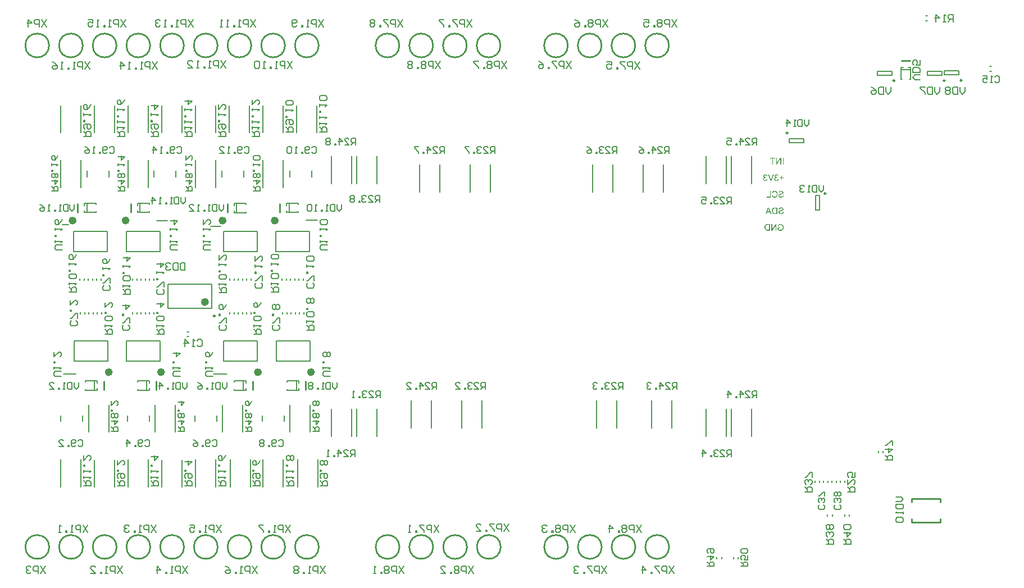
<source format=gbo>
%TF.GenerationSoftware,Altium Limited,Altium Designer,18.1.9 (240)*%
G04 Layer_Color=32896*
%FSLAX25Y25*%
%MOIN*%
%TF.FileFunction,Legend,Bot*%
%TF.Part,Single*%
G01*
G75*
%TA.AperFunction,NonConductor*%
%ADD83C,0.02362*%
%ADD84C,0.01000*%
%ADD85C,0.00984*%
%ADD86C,0.00787*%
%ADD87C,0.00591*%
%ADD88C,0.00630*%
G36*
X712276Y367581D02*
X712452Y367558D01*
X712609Y367517D01*
X712680Y367499D01*
X712744Y367476D01*
X712803Y367452D01*
X712861Y367435D01*
X712908Y367411D01*
X712943Y367394D01*
X712978Y367382D01*
X713001Y367371D01*
X713013Y367359D01*
X713019D01*
X713165Y367265D01*
X713300Y367154D01*
X713411Y367043D01*
X713499Y366932D01*
X713575Y366832D01*
X713604Y366791D01*
X713627Y366756D01*
X713645Y366721D01*
X713657Y366698D01*
X713668Y366686D01*
Y366680D01*
X713744Y366511D01*
X713803Y366329D01*
X713838Y366154D01*
X713867Y365990D01*
X713879Y365914D01*
X713885Y365849D01*
X713891Y365785D01*
Y365733D01*
X713896Y365692D01*
Y365662D01*
Y365639D01*
Y365633D01*
X713891Y365428D01*
X713867Y365241D01*
X713832Y365066D01*
X713814Y364984D01*
X713797Y364914D01*
X713779Y364843D01*
X713762Y364785D01*
X713744Y364732D01*
X713727Y364685D01*
X713715Y364650D01*
X713703Y364627D01*
X713697Y364609D01*
Y364603D01*
X713616Y364434D01*
X713516Y364288D01*
X713422Y364159D01*
X713323Y364059D01*
X713241Y363978D01*
X713171Y363919D01*
X713142Y363901D01*
X713124Y363884D01*
X713112Y363878D01*
X713107Y363872D01*
X713031Y363825D01*
X712949Y363790D01*
X712785Y363726D01*
X712615Y363685D01*
X712452Y363650D01*
X712381Y363644D01*
X712311Y363632D01*
X712253Y363627D01*
X712200D01*
X712153Y363621D01*
X712095D01*
X711983Y363627D01*
X711878Y363632D01*
X711685Y363673D01*
X711597Y363697D01*
X711510Y363726D01*
X711434Y363755D01*
X711363Y363785D01*
X711299Y363814D01*
X711246Y363843D01*
X711200Y363872D01*
X711159Y363896D01*
X711124Y363919D01*
X711100Y363937D01*
X711088Y363942D01*
X711083Y363948D01*
X711006Y364013D01*
X710936Y364083D01*
X710819Y364235D01*
X710714Y364393D01*
X710638Y364551D01*
X710603Y364621D01*
X710579Y364685D01*
X710556Y364750D01*
X710533Y364796D01*
X710521Y364843D01*
X710509Y364873D01*
X710503Y364896D01*
Y364902D01*
X711012Y365031D01*
X711059Y364861D01*
X711118Y364709D01*
X711188Y364586D01*
X711252Y364481D01*
X711317Y364405D01*
X711369Y364346D01*
X711404Y364311D01*
X711410Y364305D01*
X711416Y364299D01*
X711533Y364217D01*
X711650Y364159D01*
X711773Y364112D01*
X711884Y364083D01*
X711983Y364065D01*
X712030Y364059D01*
X712065D01*
X712095Y364054D01*
X712136D01*
X712264Y364059D01*
X712387Y364083D01*
X712498Y364112D01*
X712592Y364141D01*
X712674Y364176D01*
X712738Y364200D01*
X712761Y364212D01*
X712779Y364223D01*
X712785Y364229D01*
X712791D01*
X712896Y364305D01*
X712984Y364393D01*
X713060Y364481D01*
X713124Y364574D01*
X713171Y364650D01*
X713200Y364721D01*
X713212Y364744D01*
X713224Y364761D01*
X713230Y364773D01*
Y364779D01*
X713276Y364919D01*
X713311Y365066D01*
X713335Y365212D01*
X713352Y365346D01*
X713358Y365405D01*
X713364Y365458D01*
Y365510D01*
X713370Y365551D01*
Y365586D01*
Y365610D01*
Y365627D01*
Y365633D01*
X713364Y365774D01*
X713352Y365908D01*
X713335Y366031D01*
X713311Y366142D01*
X713288Y366236D01*
X713282Y366277D01*
X713270Y366306D01*
X713265Y366335D01*
X713259Y366353D01*
X713253Y366364D01*
Y366370D01*
X713200Y366499D01*
X713136Y366616D01*
X713066Y366709D01*
X713001Y366791D01*
X712937Y366856D01*
X712884Y366902D01*
X712849Y366932D01*
X712843Y366944D01*
X712838D01*
X712721Y367014D01*
X712598Y367066D01*
X712475Y367107D01*
X712358Y367131D01*
X712253Y367148D01*
X712212Y367154D01*
X712171D01*
X712141Y367160D01*
X712101D01*
X711960Y367154D01*
X711837Y367131D01*
X711726Y367101D01*
X711638Y367066D01*
X711562Y367025D01*
X711510Y366996D01*
X711475Y366973D01*
X711463Y366967D01*
X711369Y366885D01*
X711293Y366791D01*
X711223Y366686D01*
X711170Y366587D01*
X711129Y366499D01*
X711112Y366458D01*
X711094Y366423D01*
X711083Y366394D01*
X711077Y366370D01*
X711071Y366358D01*
Y366353D01*
X710568Y366470D01*
X710638Y366657D01*
X710679Y366745D01*
X710720Y366821D01*
X710767Y366897D01*
X710814Y366967D01*
X710854Y367025D01*
X710901Y367084D01*
X710942Y367131D01*
X710983Y367172D01*
X711024Y367213D01*
X711053Y367242D01*
X711083Y367265D01*
X711100Y367283D01*
X711112Y367289D01*
X711118Y367295D01*
X711194Y367347D01*
X711270Y367394D01*
X711352Y367435D01*
X711434Y367470D01*
X711597Y367523D01*
X711749Y367558D01*
X711820Y367569D01*
X711884Y367575D01*
X711942Y367581D01*
X711989Y367587D01*
X712030Y367593D01*
X712089D01*
X712276Y367581D01*
D02*
G37*
G36*
X709901Y363685D02*
X707502D01*
Y364136D01*
X709392D01*
Y367529D01*
X709901D01*
Y363685D01*
D02*
G37*
G36*
X716149Y367587D02*
X716283Y367569D01*
X716400Y367552D01*
X716505Y367529D01*
X716587Y367499D01*
X716622Y367488D01*
X716652Y367482D01*
X716681Y367470D01*
X716699Y367464D01*
X716704Y367458D01*
X716710D01*
X716821Y367406D01*
X716921Y367341D01*
X717003Y367277D01*
X717067Y367218D01*
X717120Y367160D01*
X717161Y367113D01*
X717184Y367084D01*
X717190Y367078D01*
Y367072D01*
X717243Y366979D01*
X717284Y366879D01*
X717313Y366791D01*
X717330Y366704D01*
X717342Y366633D01*
X717354Y366581D01*
Y366557D01*
Y366540D01*
Y366534D01*
Y366528D01*
X717348Y366435D01*
X717330Y366341D01*
X717313Y366259D01*
X717284Y366189D01*
X717260Y366130D01*
X717243Y366089D01*
X717225Y366060D01*
X717219Y366048D01*
X717161Y365972D01*
X717096Y365902D01*
X717032Y365844D01*
X716962Y365791D01*
X716903Y365750D01*
X716856Y365721D01*
X716821Y365697D01*
X716816Y365692D01*
X716810D01*
X716769Y365668D01*
X716716Y365651D01*
X716605Y365610D01*
X716482Y365569D01*
X716359Y365528D01*
X716248Y365498D01*
X716201Y365487D01*
X716160Y365475D01*
X716125Y365463D01*
X716096Y365458D01*
X716078Y365452D01*
X716073D01*
X715979Y365428D01*
X715891Y365405D01*
X715809Y365387D01*
X715739Y365370D01*
X715681Y365352D01*
X715622Y365335D01*
X715575Y365323D01*
X715528Y365311D01*
X715493Y365300D01*
X715464Y365288D01*
X715417Y365276D01*
X715394Y365270D01*
X715388Y365265D01*
X715306Y365229D01*
X715230Y365189D01*
X715172Y365153D01*
X715125Y365118D01*
X715090Y365083D01*
X715061Y365060D01*
X715049Y365042D01*
X715043Y365036D01*
X715008Y364984D01*
X714985Y364931D01*
X714961Y364878D01*
X714949Y364826D01*
X714944Y364785D01*
X714938Y364750D01*
Y364726D01*
Y364721D01*
X714944Y364656D01*
X714955Y364598D01*
X714973Y364539D01*
X714990Y364492D01*
X715014Y364451D01*
X715031Y364422D01*
X715043Y364399D01*
X715049Y364393D01*
X715096Y364340D01*
X715148Y364293D01*
X715201Y364252D01*
X715260Y364217D01*
X715306Y364188D01*
X715347Y364171D01*
X715371Y364159D01*
X715382Y364153D01*
X715470Y364124D01*
X715558Y364106D01*
X715640Y364089D01*
X715722Y364083D01*
X715786Y364077D01*
X715844Y364071D01*
X715891D01*
X716008Y364077D01*
X716119Y364089D01*
X716225Y364106D01*
X716307Y364130D01*
X716383Y364147D01*
X716435Y364165D01*
X716470Y364176D01*
X716476Y364182D01*
X716482D01*
X716570Y364229D01*
X716652Y364276D01*
X716716Y364329D01*
X716769Y364375D01*
X716816Y364416D01*
X716845Y364451D01*
X716862Y364475D01*
X716868Y364481D01*
X716909Y364557D01*
X716944Y364633D01*
X716968Y364715D01*
X716991Y364791D01*
X717003Y364861D01*
X717015Y364914D01*
X717020Y364949D01*
Y364954D01*
Y364960D01*
X717500Y364919D01*
X717488Y364779D01*
X717465Y364650D01*
X717430Y364527D01*
X717395Y364428D01*
X717360Y364340D01*
X717342Y364305D01*
X717324Y364276D01*
X717313Y364252D01*
X717301Y364235D01*
X717295Y364229D01*
Y364223D01*
X717213Y364118D01*
X717120Y364024D01*
X717032Y363948D01*
X716938Y363884D01*
X716862Y363831D01*
X716798Y363796D01*
X716775Y363785D01*
X716757Y363773D01*
X716745Y363767D01*
X716740D01*
X716599Y363720D01*
X716453Y363685D01*
X716307Y363656D01*
X716172Y363638D01*
X716108Y363632D01*
X716049Y363627D01*
X715997D01*
X715956Y363621D01*
X715868D01*
X715716Y363627D01*
X715581Y363644D01*
X715452Y363667D01*
X715347Y363697D01*
X715254Y363720D01*
X715218Y363732D01*
X715189Y363743D01*
X715166Y363755D01*
X715148Y363761D01*
X715137Y363767D01*
X715131D01*
X715014Y363831D01*
X714908Y363896D01*
X714821Y363966D01*
X714750Y364036D01*
X714692Y364094D01*
X714657Y364141D01*
X714628Y364176D01*
X714622Y364188D01*
X714563Y364288D01*
X714522Y364393D01*
X714487Y364492D01*
X714470Y364580D01*
X714458Y364656D01*
X714446Y364715D01*
Y364738D01*
Y364756D01*
Y364761D01*
Y364767D01*
X714452Y364878D01*
X714470Y364984D01*
X714499Y365077D01*
X714528Y365153D01*
X714557Y365224D01*
X714587Y365270D01*
X714604Y365300D01*
X714610Y365311D01*
X714674Y365393D01*
X714750Y365469D01*
X714832Y365540D01*
X714914Y365598D01*
X714990Y365639D01*
X715049Y365674D01*
X715072Y365686D01*
X715084Y365697D01*
X715096Y365703D01*
X715101D01*
X715148Y365721D01*
X715207Y365744D01*
X715265Y365768D01*
X715336Y365785D01*
X715476Y365826D01*
X715616Y365867D01*
X715745Y365896D01*
X715803Y365914D01*
X715856Y365926D01*
X715897Y365937D01*
X715926Y365943D01*
X715950Y365949D01*
X715956D01*
X716067Y365978D01*
X716166Y366002D01*
X716254Y366025D01*
X716336Y366054D01*
X716406Y366078D01*
X716465Y366095D01*
X716517Y366119D01*
X716564Y366142D01*
X716605Y366160D01*
X716640Y366171D01*
X716664Y366189D01*
X716681Y366200D01*
X716710Y366218D01*
X716716Y366224D01*
X716763Y366277D01*
X716798Y366329D01*
X716827Y366388D01*
X716845Y366440D01*
X716856Y366487D01*
X716862Y366528D01*
Y366551D01*
Y366563D01*
X716851Y366651D01*
X716827Y366727D01*
X716798Y366797D01*
X716757Y366856D01*
X716722Y366908D01*
X716687Y366944D01*
X716664Y366967D01*
X716658Y366973D01*
X716617Y367002D01*
X716570Y367031D01*
X716465Y367072D01*
X716353Y367101D01*
X716242Y367119D01*
X716143Y367137D01*
X716096D01*
X716061Y367142D01*
X715985D01*
X715827Y367137D01*
X715692Y367113D01*
X715575Y367084D01*
X715482Y367049D01*
X715412Y367014D01*
X715359Y366984D01*
X715330Y366961D01*
X715318Y366955D01*
X715242Y366879D01*
X715177Y366791D01*
X715131Y366704D01*
X715096Y366616D01*
X715072Y366534D01*
X715061Y366470D01*
X715055Y366446D01*
X715049Y366429D01*
Y366417D01*
Y366411D01*
X714563Y366446D01*
X714575Y366569D01*
X714598Y366680D01*
X714634Y366786D01*
X714669Y366873D01*
X714698Y366944D01*
X714727Y367002D01*
X714750Y367037D01*
X714756Y367049D01*
X714827Y367142D01*
X714908Y367224D01*
X714990Y367295D01*
X715072Y367353D01*
X715148Y367394D01*
X715207Y367429D01*
X715230Y367441D01*
X715248Y367447D01*
X715254Y367452D01*
X715260D01*
X715382Y367499D01*
X715511Y367534D01*
X715640Y367558D01*
X715757Y367575D01*
X715856Y367587D01*
X715897D01*
X715938Y367593D01*
X716008D01*
X716149Y367587D01*
D02*
G37*
G36*
X713750Y353842D02*
X712369D01*
X712241Y353848D01*
X712124Y353854D01*
X712018Y353866D01*
X711931Y353878D01*
X711855Y353889D01*
X711802Y353895D01*
X711767Y353907D01*
X711755D01*
X711656Y353936D01*
X711568Y353965D01*
X711492Y353995D01*
X711428Y354024D01*
X711375Y354053D01*
X711334Y354077D01*
X711305Y354088D01*
X711299Y354094D01*
X711229Y354147D01*
X711165Y354205D01*
X711100Y354264D01*
X711053Y354316D01*
X711006Y354369D01*
X710977Y354410D01*
X710954Y354433D01*
X710948Y354445D01*
X710889Y354533D01*
X710837Y354626D01*
X710790Y354720D01*
X710755Y354808D01*
X710726Y354890D01*
X710702Y354948D01*
X710697Y354972D01*
X710691Y354989D01*
X710685Y355001D01*
Y355007D01*
X710650Y355135D01*
X710626Y355270D01*
X710603Y355404D01*
X710591Y355521D01*
X710585Y355627D01*
Y355674D01*
X710579Y355709D01*
Y355744D01*
Y355767D01*
Y355779D01*
Y355785D01*
X710585Y355972D01*
X710603Y356142D01*
X710626Y356294D01*
X710644Y356364D01*
X710655Y356428D01*
X710667Y356487D01*
X710685Y356539D01*
X710697Y356586D01*
X710708Y356621D01*
X710720Y356650D01*
X710726Y356674D01*
X710732Y356686D01*
Y356692D01*
X710796Y356838D01*
X710866Y356966D01*
X710942Y357078D01*
X711018Y357171D01*
X711083Y357247D01*
X711135Y357306D01*
X711176Y357341D01*
X711182Y357352D01*
X711188D01*
X711281Y357423D01*
X711375Y357481D01*
X711469Y357528D01*
X711556Y357563D01*
X711632Y357592D01*
X711697Y357610D01*
X711720Y357622D01*
X711732D01*
X711744Y357628D01*
X711749D01*
X711843Y357645D01*
X711954Y357663D01*
X712071Y357674D01*
X712177Y357680D01*
X712276Y357686D01*
X713750D01*
Y353842D01*
D02*
G37*
G36*
X710299D02*
X709761D01*
X709345Y355007D01*
X707730D01*
X707286Y353842D01*
X706713D01*
X708275Y357686D01*
X708830D01*
X710299Y353842D01*
D02*
G37*
G36*
X716149Y357745D02*
X716283Y357727D01*
X716400Y357709D01*
X716505Y357686D01*
X716587Y357657D01*
X716622Y357645D01*
X716652Y357639D01*
X716681Y357628D01*
X716699Y357622D01*
X716704Y357616D01*
X716710D01*
X716821Y357563D01*
X716921Y357499D01*
X717003Y357434D01*
X717067Y357376D01*
X717120Y357317D01*
X717161Y357271D01*
X717184Y357241D01*
X717190Y357236D01*
Y357230D01*
X717243Y357136D01*
X717284Y357037D01*
X717313Y356949D01*
X717330Y356861D01*
X717342Y356791D01*
X717354Y356738D01*
Y356715D01*
Y356697D01*
Y356692D01*
Y356686D01*
X717348Y356592D01*
X717330Y356498D01*
X717313Y356417D01*
X717284Y356346D01*
X717260Y356288D01*
X717243Y356247D01*
X717225Y356218D01*
X717219Y356206D01*
X717161Y356130D01*
X717096Y356060D01*
X717032Y356001D01*
X716962Y355948D01*
X716903Y355908D01*
X716856Y355878D01*
X716821Y355855D01*
X716816Y355849D01*
X716810D01*
X716769Y355826D01*
X716716Y355808D01*
X716605Y355767D01*
X716482Y355726D01*
X716359Y355685D01*
X716248Y355656D01*
X716201Y355644D01*
X716160Y355633D01*
X716125Y355621D01*
X716096Y355615D01*
X716078Y355609D01*
X716073D01*
X715979Y355586D01*
X715891Y355562D01*
X715809Y355545D01*
X715739Y355527D01*
X715681Y355510D01*
X715622Y355492D01*
X715575Y355481D01*
X715528Y355469D01*
X715493Y355457D01*
X715464Y355445D01*
X715417Y355434D01*
X715394Y355428D01*
X715388Y355422D01*
X715306Y355387D01*
X715230Y355346D01*
X715172Y355311D01*
X715125Y355276D01*
X715090Y355241D01*
X715061Y355217D01*
X715049Y355200D01*
X715043Y355194D01*
X715008Y355141D01*
X714985Y355089D01*
X714961Y355036D01*
X714949Y354983D01*
X714944Y354942D01*
X714938Y354907D01*
Y354884D01*
Y354878D01*
X714944Y354814D01*
X714955Y354755D01*
X714973Y354697D01*
X714990Y354650D01*
X715014Y354609D01*
X715031Y354580D01*
X715043Y354556D01*
X715049Y354550D01*
X715096Y354498D01*
X715148Y354451D01*
X715201Y354410D01*
X715260Y354375D01*
X715306Y354346D01*
X715347Y354328D01*
X715371Y354316D01*
X715382Y354310D01*
X715470Y354281D01*
X715558Y354264D01*
X715640Y354246D01*
X715722Y354240D01*
X715786Y354235D01*
X715844Y354229D01*
X715891D01*
X716008Y354235D01*
X716119Y354246D01*
X716225Y354264D01*
X716307Y354287D01*
X716383Y354305D01*
X716435Y354322D01*
X716470Y354334D01*
X716476Y354340D01*
X716482D01*
X716570Y354387D01*
X716652Y354433D01*
X716716Y354486D01*
X716769Y354533D01*
X716816Y354574D01*
X716845Y354609D01*
X716862Y354632D01*
X716868Y354638D01*
X716909Y354714D01*
X716944Y354790D01*
X716968Y354872D01*
X716991Y354948D01*
X717003Y355018D01*
X717015Y355071D01*
X717020Y355106D01*
Y355112D01*
Y355118D01*
X717500Y355077D01*
X717488Y354937D01*
X717465Y354808D01*
X717430Y354685D01*
X717395Y354586D01*
X717360Y354498D01*
X717342Y354463D01*
X717324Y354433D01*
X717313Y354410D01*
X717301Y354392D01*
X717295Y354387D01*
Y354381D01*
X717213Y354275D01*
X717120Y354182D01*
X717032Y354106D01*
X716938Y354041D01*
X716862Y353989D01*
X716798Y353954D01*
X716775Y353942D01*
X716757Y353930D01*
X716745Y353924D01*
X716740D01*
X716599Y353878D01*
X716453Y353842D01*
X716307Y353813D01*
X716172Y353796D01*
X716108Y353790D01*
X716049Y353784D01*
X715997D01*
X715956Y353778D01*
X715868D01*
X715716Y353784D01*
X715581Y353802D01*
X715452Y353825D01*
X715347Y353854D01*
X715254Y353878D01*
X715218Y353889D01*
X715189Y353901D01*
X715166Y353913D01*
X715148Y353919D01*
X715137Y353924D01*
X715131D01*
X715014Y353989D01*
X714908Y354053D01*
X714821Y354123D01*
X714750Y354193D01*
X714692Y354252D01*
X714657Y354299D01*
X714628Y354334D01*
X714622Y354346D01*
X714563Y354445D01*
X714522Y354550D01*
X714487Y354650D01*
X714470Y354738D01*
X714458Y354814D01*
X714446Y354872D01*
Y354895D01*
Y354913D01*
Y354919D01*
Y354925D01*
X714452Y355036D01*
X714470Y355141D01*
X714499Y355235D01*
X714528Y355311D01*
X714557Y355381D01*
X714587Y355428D01*
X714604Y355457D01*
X714610Y355469D01*
X714674Y355551D01*
X714750Y355627D01*
X714832Y355697D01*
X714914Y355755D01*
X714990Y355796D01*
X715049Y355832D01*
X715072Y355843D01*
X715084Y355855D01*
X715096Y355861D01*
X715101D01*
X715148Y355878D01*
X715207Y355902D01*
X715265Y355925D01*
X715336Y355943D01*
X715476Y355984D01*
X715616Y356025D01*
X715745Y356054D01*
X715803Y356071D01*
X715856Y356083D01*
X715897Y356095D01*
X715926Y356101D01*
X715950Y356106D01*
X715956D01*
X716067Y356136D01*
X716166Y356159D01*
X716254Y356183D01*
X716336Y356212D01*
X716406Y356235D01*
X716465Y356253D01*
X716517Y356276D01*
X716564Y356299D01*
X716605Y356317D01*
X716640Y356329D01*
X716664Y356346D01*
X716681Y356358D01*
X716710Y356376D01*
X716716Y356381D01*
X716763Y356434D01*
X716798Y356487D01*
X716827Y356545D01*
X716845Y356598D01*
X716856Y356645D01*
X716862Y356686D01*
Y356709D01*
Y356721D01*
X716851Y356808D01*
X716827Y356885D01*
X716798Y356955D01*
X716757Y357013D01*
X716722Y357066D01*
X716687Y357101D01*
X716664Y357124D01*
X716658Y357130D01*
X716617Y357159D01*
X716570Y357189D01*
X716465Y357230D01*
X716353Y357259D01*
X716242Y357277D01*
X716143Y357294D01*
X716096D01*
X716061Y357300D01*
X715985D01*
X715827Y357294D01*
X715692Y357271D01*
X715575Y357241D01*
X715482Y357206D01*
X715412Y357171D01*
X715359Y357142D01*
X715330Y357119D01*
X715318Y357113D01*
X715242Y357037D01*
X715177Y356949D01*
X715131Y356861D01*
X715096Y356773D01*
X715072Y356692D01*
X715061Y356627D01*
X715055Y356604D01*
X715049Y356586D01*
Y356575D01*
Y356569D01*
X714563Y356604D01*
X714575Y356727D01*
X714598Y356838D01*
X714634Y356943D01*
X714669Y357031D01*
X714698Y357101D01*
X714727Y357159D01*
X714750Y357195D01*
X714756Y357206D01*
X714827Y357300D01*
X714908Y357382D01*
X714990Y357452D01*
X715072Y357510D01*
X715148Y357551D01*
X715207Y357587D01*
X715230Y357598D01*
X715248Y357604D01*
X715254Y357610D01*
X715260D01*
X715382Y357657D01*
X715511Y357692D01*
X715640Y357715D01*
X715757Y357733D01*
X715856Y357745D01*
X715897D01*
X715938Y357750D01*
X716008D01*
X716149Y357745D01*
D02*
G37*
G36*
X716102Y383370D02*
X715616D01*
Y386389D01*
X713598Y383370D01*
X713077D01*
Y387213D01*
X713563D01*
Y384195D01*
X715587Y387213D01*
X716102D01*
Y383370D01*
D02*
G37*
G36*
X717500D02*
X716991D01*
Y387213D01*
X717500D01*
Y383370D01*
D02*
G37*
G36*
X712510Y386763D02*
X711246D01*
Y383370D01*
X710737D01*
Y386763D01*
X709474D01*
Y387213D01*
X712510D01*
Y386763D01*
D02*
G37*
G36*
X713393Y377377D02*
X713540Y377348D01*
X713674Y377307D01*
X713785Y377260D01*
X713873Y377207D01*
X713908Y377184D01*
X713937Y377166D01*
X713967Y377149D01*
X713984Y377137D01*
X713990Y377131D01*
X713996Y377125D01*
X714101Y377020D01*
X714183Y376903D01*
X714253Y376780D01*
X714300Y376663D01*
X714341Y376558D01*
X714353Y376511D01*
X714364Y376470D01*
X714370Y376441D01*
X714376Y376417D01*
X714382Y376400D01*
Y376394D01*
X713908Y376312D01*
X713885Y376435D01*
X713850Y376540D01*
X713814Y376628D01*
X713773Y376698D01*
X713738Y376757D01*
X713709Y376798D01*
X713686Y376821D01*
X713680Y376827D01*
X713604Y376886D01*
X713528Y376926D01*
X713452Y376961D01*
X713376Y376979D01*
X713317Y376991D01*
X713265Y377003D01*
X713218D01*
X713118Y376997D01*
X713031Y376973D01*
X712955Y376950D01*
X712890Y376915D01*
X712838Y376886D01*
X712797Y376856D01*
X712773Y376833D01*
X712767Y376827D01*
X712709Y376763D01*
X712668Y376687D01*
X712633Y376616D01*
X712615Y376552D01*
X712604Y376488D01*
X712592Y376441D01*
Y376412D01*
Y376406D01*
Y376400D01*
X712604Y376283D01*
X712633Y376184D01*
X712668Y376102D01*
X712715Y376037D01*
X712761Y375985D01*
X712797Y375944D01*
X712826Y375920D01*
X712838Y375914D01*
X712931Y375862D01*
X713025Y375827D01*
X713112Y375797D01*
X713194Y375780D01*
X713270Y375768D01*
X713323Y375762D01*
X713399D01*
X713422Y375768D01*
X713452D01*
X713504Y375353D01*
X713434Y375370D01*
X713370Y375382D01*
X713311Y375388D01*
X713265Y375394D01*
X713224Y375400D01*
X713171D01*
X713054Y375388D01*
X712955Y375364D01*
X712861Y375335D01*
X712785Y375294D01*
X712721Y375253D01*
X712674Y375224D01*
X712650Y375201D01*
X712639Y375189D01*
X712569Y375107D01*
X712516Y375019D01*
X712475Y374926D01*
X712452Y374844D01*
X712434Y374768D01*
X712428Y374709D01*
X712422Y374686D01*
Y374668D01*
Y374662D01*
Y374657D01*
X712434Y374534D01*
X712457Y374423D01*
X712492Y374323D01*
X712533Y374241D01*
X712580Y374171D01*
X712615Y374124D01*
X712639Y374095D01*
X712650Y374083D01*
X712738Y374007D01*
X712832Y373949D01*
X712925Y373914D01*
X713019Y373884D01*
X713095Y373867D01*
X713153Y373861D01*
X713177Y373855D01*
X713212D01*
X713311Y373861D01*
X713405Y373884D01*
X713487Y373914D01*
X713551Y373943D01*
X713610Y373978D01*
X713651Y374001D01*
X713674Y374025D01*
X713686Y374031D01*
X713750Y374107D01*
X713809Y374195D01*
X713856Y374294D01*
X713891Y374388D01*
X713920Y374475D01*
X713937Y374546D01*
X713949Y374569D01*
Y374592D01*
X713955Y374604D01*
Y374610D01*
X714429Y374546D01*
X714417Y374458D01*
X714399Y374376D01*
X714347Y374224D01*
X714288Y374089D01*
X714218Y373972D01*
X714189Y373925D01*
X714154Y373884D01*
X714124Y373849D01*
X714101Y373814D01*
X714078Y373791D01*
X714060Y373773D01*
X714054Y373767D01*
X714048Y373762D01*
X713984Y373709D01*
X713914Y373662D01*
X713850Y373621D01*
X713779Y373592D01*
X713639Y373533D01*
X713504Y373498D01*
X713446Y373487D01*
X713387Y373481D01*
X713341Y373475D01*
X713294Y373469D01*
X713259Y373463D01*
X713212D01*
X713112Y373469D01*
X713013Y373481D01*
X712919Y373493D01*
X712832Y373516D01*
X712750Y373545D01*
X712674Y373574D01*
X712604Y373604D01*
X712539Y373639D01*
X712487Y373668D01*
X712434Y373697D01*
X712387Y373727D01*
X712352Y373756D01*
X712323Y373779D01*
X712305Y373791D01*
X712293Y373802D01*
X712288Y373808D01*
X712223Y373879D01*
X712165Y373949D01*
X712118Y374019D01*
X712077Y374089D01*
X712036Y374159D01*
X712007Y374235D01*
X711966Y374370D01*
X711948Y374429D01*
X711937Y374487D01*
X711931Y374534D01*
X711925Y374581D01*
X711919Y374616D01*
Y374639D01*
Y374657D01*
Y374662D01*
X711925Y374797D01*
X711948Y374920D01*
X711978Y375025D01*
X712013Y375113D01*
X712054Y375183D01*
X712083Y375236D01*
X712106Y375271D01*
X712112Y375283D01*
X712188Y375370D01*
X712276Y375441D01*
X712364Y375499D01*
X712446Y375540D01*
X712522Y375575D01*
X712580Y375593D01*
X712604Y375604D01*
X712621D01*
X712633Y375610D01*
X712639D01*
X712545Y375657D01*
X712463Y375715D01*
X712399Y375768D01*
X712340Y375821D01*
X712299Y375868D01*
X712264Y375903D01*
X712247Y375926D01*
X712241Y375938D01*
X712194Y376014D01*
X712165Y376096D01*
X712141Y376172D01*
X712124Y376242D01*
X712112Y376301D01*
X712106Y376347D01*
Y376377D01*
Y376388D01*
X712112Y376488D01*
X712130Y376575D01*
X712153Y376657D01*
X712177Y376733D01*
X712200Y376792D01*
X712223Y376839D01*
X712241Y376868D01*
X712247Y376880D01*
X712305Y376961D01*
X712369Y377038D01*
X712440Y377102D01*
X712504Y377155D01*
X712563Y377196D01*
X712609Y377225D01*
X712644Y377242D01*
X712650Y377248D01*
X712656D01*
X712756Y377295D01*
X712855Y377330D01*
X712955Y377354D01*
X713042Y377371D01*
X713118Y377383D01*
X713177Y377389D01*
X713311D01*
X713393Y377377D01*
D02*
G37*
G36*
X706830D02*
X706976Y377348D01*
X707110Y377307D01*
X707222Y377260D01*
X707309Y377207D01*
X707344Y377184D01*
X707374Y377166D01*
X707403Y377149D01*
X707420Y377137D01*
X707426Y377131D01*
X707432Y377125D01*
X707537Y377020D01*
X707619Y376903D01*
X707690Y376780D01*
X707736Y376663D01*
X707777Y376558D01*
X707789Y376511D01*
X707801Y376470D01*
X707806Y376441D01*
X707812Y376417D01*
X707818Y376400D01*
Y376394D01*
X707344Y376312D01*
X707321Y376435D01*
X707286Y376540D01*
X707251Y376628D01*
X707210Y376698D01*
X707175Y376757D01*
X707146Y376798D01*
X707122Y376821D01*
X707116Y376827D01*
X707040Y376886D01*
X706964Y376926D01*
X706888Y376961D01*
X706812Y376979D01*
X706753Y376991D01*
X706701Y377003D01*
X706654D01*
X706555Y376997D01*
X706467Y376973D01*
X706391Y376950D01*
X706326Y376915D01*
X706274Y376886D01*
X706233Y376856D01*
X706210Y376833D01*
X706204Y376827D01*
X706145Y376763D01*
X706104Y376687D01*
X706069Y376616D01*
X706052Y376552D01*
X706040Y376488D01*
X706028Y376441D01*
Y376412D01*
Y376406D01*
Y376400D01*
X706040Y376283D01*
X706069Y376184D01*
X706104Y376102D01*
X706151Y376037D01*
X706198Y375985D01*
X706233Y375944D01*
X706262Y375920D01*
X706274Y375914D01*
X706367Y375862D01*
X706461Y375827D01*
X706549Y375797D01*
X706631Y375780D01*
X706707Y375768D01*
X706759Y375762D01*
X706836D01*
X706859Y375768D01*
X706888D01*
X706941Y375353D01*
X706871Y375370D01*
X706806Y375382D01*
X706748Y375388D01*
X706701Y375394D01*
X706660Y375400D01*
X706607D01*
X706490Y375388D01*
X706391Y375364D01*
X706297Y375335D01*
X706221Y375294D01*
X706157Y375253D01*
X706110Y375224D01*
X706087Y375201D01*
X706075Y375189D01*
X706005Y375107D01*
X705952Y375019D01*
X705911Y374926D01*
X705888Y374844D01*
X705870Y374768D01*
X705864Y374709D01*
X705859Y374686D01*
Y374668D01*
Y374662D01*
Y374657D01*
X705870Y374534D01*
X705894Y374423D01*
X705929Y374323D01*
X705970Y374241D01*
X706016Y374171D01*
X706052Y374124D01*
X706075Y374095D01*
X706087Y374083D01*
X706174Y374007D01*
X706268Y373949D01*
X706362Y373914D01*
X706455Y373884D01*
X706531Y373867D01*
X706590Y373861D01*
X706613Y373855D01*
X706648D01*
X706748Y373861D01*
X706841Y373884D01*
X706923Y373914D01*
X706988Y373943D01*
X707046Y373978D01*
X707087Y374001D01*
X707110Y374025D01*
X707122Y374031D01*
X707186Y374107D01*
X707245Y374195D01*
X707292Y374294D01*
X707327Y374388D01*
X707356Y374475D01*
X707374Y374546D01*
X707385Y374569D01*
Y374592D01*
X707391Y374604D01*
Y374610D01*
X707865Y374546D01*
X707853Y374458D01*
X707836Y374376D01*
X707783Y374224D01*
X707725Y374089D01*
X707654Y373972D01*
X707625Y373925D01*
X707590Y373884D01*
X707561Y373849D01*
X707537Y373814D01*
X707514Y373791D01*
X707497Y373773D01*
X707491Y373767D01*
X707485Y373762D01*
X707420Y373709D01*
X707350Y373662D01*
X707286Y373621D01*
X707216Y373592D01*
X707075Y373533D01*
X706941Y373498D01*
X706882Y373487D01*
X706824Y373481D01*
X706777Y373475D01*
X706730Y373469D01*
X706695Y373463D01*
X706648D01*
X706549Y373469D01*
X706449Y373481D01*
X706356Y373493D01*
X706268Y373516D01*
X706186Y373545D01*
X706110Y373574D01*
X706040Y373604D01*
X705975Y373639D01*
X705923Y373668D01*
X705870Y373697D01*
X705823Y373727D01*
X705788Y373756D01*
X705759Y373779D01*
X705742Y373791D01*
X705730Y373802D01*
X705724Y373808D01*
X705660Y373879D01*
X705601Y373949D01*
X705554Y374019D01*
X705513Y374089D01*
X705472Y374159D01*
X705443Y374235D01*
X705402Y374370D01*
X705385Y374429D01*
X705373Y374487D01*
X705367Y374534D01*
X705361Y374581D01*
X705355Y374616D01*
Y374639D01*
Y374657D01*
Y374662D01*
X705361Y374797D01*
X705385Y374920D01*
X705414Y375025D01*
X705449Y375113D01*
X705490Y375183D01*
X705519Y375236D01*
X705543Y375271D01*
X705548Y375283D01*
X705624Y375370D01*
X705712Y375441D01*
X705800Y375499D01*
X705882Y375540D01*
X705958Y375575D01*
X706016Y375593D01*
X706040Y375604D01*
X706057D01*
X706069Y375610D01*
X706075D01*
X705981Y375657D01*
X705899Y375715D01*
X705835Y375768D01*
X705777Y375821D01*
X705736Y375868D01*
X705701Y375903D01*
X705683Y375926D01*
X705677Y375938D01*
X705630Y376014D01*
X705601Y376096D01*
X705578Y376172D01*
X705560Y376242D01*
X705548Y376301D01*
X705543Y376347D01*
Y376377D01*
Y376388D01*
X705548Y376488D01*
X705566Y376575D01*
X705589Y376657D01*
X705613Y376733D01*
X705636Y376792D01*
X705660Y376839D01*
X705677Y376868D01*
X705683Y376880D01*
X705742Y376961D01*
X705806Y377038D01*
X705876Y377102D01*
X705940Y377155D01*
X705999Y377196D01*
X706046Y377225D01*
X706081Y377242D01*
X706087Y377248D01*
X706093D01*
X706192Y377295D01*
X706291Y377330D01*
X706391Y377354D01*
X706479Y377371D01*
X706555Y377383D01*
X706613Y377389D01*
X706748D01*
X706830Y377377D01*
D02*
G37*
G36*
X716453Y375639D02*
X717500D01*
Y375201D01*
X716453D01*
Y374148D01*
X716008D01*
Y375201D01*
X714961D01*
Y375639D01*
X716008D01*
Y376687D01*
X716453D01*
Y375639D01*
D02*
G37*
G36*
X710164Y373528D02*
X709644D01*
X708140Y377371D01*
X708655D01*
X709696Y374581D01*
X709737Y374464D01*
X709778Y374347D01*
X709813Y374241D01*
X709842Y374148D01*
X709866Y374066D01*
X709883Y374001D01*
X709889Y373978D01*
X709895Y373960D01*
X709901Y373955D01*
Y373949D01*
X709965Y374171D01*
X710000Y374276D01*
X710035Y374376D01*
X710065Y374458D01*
X710082Y374522D01*
X710094Y374546D01*
X710100Y374563D01*
X710106Y374575D01*
Y374581D01*
X711100Y377371D01*
X711656D01*
X710164Y373528D01*
D02*
G37*
G36*
X713206Y344000D02*
X712721D01*
Y347019D01*
X710702Y344000D01*
X710182D01*
Y347843D01*
X710667D01*
Y344825D01*
X712691Y347843D01*
X713206D01*
Y344000D01*
D02*
G37*
G36*
X715792Y347896D02*
X715979Y347873D01*
X716154Y347832D01*
X716231Y347808D01*
X716301Y347791D01*
X716365Y347767D01*
X716424Y347744D01*
X716476Y347726D01*
X716517Y347703D01*
X716546Y347691D01*
X716576Y347680D01*
X716587Y347668D01*
X716593D01*
X716675Y347621D01*
X716745Y347568D01*
X716886Y347457D01*
X716997Y347340D01*
X717096Y347223D01*
X717167Y347112D01*
X717196Y347071D01*
X717225Y347030D01*
X717243Y346995D01*
X717254Y346972D01*
X717266Y346954D01*
Y346948D01*
X717342Y346767D01*
X717401Y346580D01*
X717442Y346404D01*
X717471Y346240D01*
X717482Y346170D01*
X717488Y346106D01*
X717494Y346047D01*
Y345995D01*
X717500Y345954D01*
Y345925D01*
Y345907D01*
Y345901D01*
X717488Y345696D01*
X717465Y345503D01*
X717424Y345328D01*
X717406Y345246D01*
X717383Y345176D01*
X717360Y345106D01*
X717342Y345047D01*
X717319Y344994D01*
X717301Y344953D01*
X717289Y344918D01*
X717278Y344895D01*
X717266Y344878D01*
Y344872D01*
X717167Y344714D01*
X717055Y344573D01*
X716944Y344450D01*
X716827Y344351D01*
X716728Y344275D01*
X716687Y344246D01*
X716646Y344222D01*
X716617Y344199D01*
X716587Y344187D01*
X716576Y344181D01*
X716570Y344176D01*
X716394Y344094D01*
X716213Y344035D01*
X716043Y343994D01*
X715880Y343965D01*
X715809Y343953D01*
X715745Y343947D01*
X715687Y343941D01*
X715634D01*
X715593Y343936D01*
X715540D01*
X715388Y343941D01*
X715236Y343959D01*
X715101Y343983D01*
X714979Y344012D01*
X714926Y344023D01*
X714873Y344035D01*
X714832Y344047D01*
X714797Y344058D01*
X714768Y344070D01*
X714745Y344076D01*
X714733Y344082D01*
X714727D01*
X714581Y344146D01*
X714435Y344216D01*
X714306Y344292D01*
X714189Y344363D01*
X714089Y344433D01*
X714048Y344456D01*
X714013Y344486D01*
X713984Y344503D01*
X713967Y344521D01*
X713955Y344527D01*
X713949Y344532D01*
Y345960D01*
X715575D01*
Y345509D01*
X714446D01*
Y344784D01*
X714516Y344731D01*
X714593Y344679D01*
X714669Y344632D01*
X714745Y344591D01*
X714815Y344556D01*
X714873Y344532D01*
X714897Y344521D01*
X714914Y344515D01*
X714920Y344509D01*
X714926D01*
X715043Y344468D01*
X715160Y344439D01*
X715271Y344415D01*
X715365Y344404D01*
X715447Y344392D01*
X715511Y344386D01*
X715569D01*
X715710Y344392D01*
X715844Y344409D01*
X715961Y344439D01*
X716073Y344468D01*
X716160Y344497D01*
X716201Y344515D01*
X716231Y344527D01*
X716254Y344532D01*
X716271Y344544D01*
X716283Y344550D01*
X716289D01*
X716406Y344620D01*
X716511Y344702D01*
X716599Y344790D01*
X716669Y344872D01*
X716722Y344948D01*
X716763Y345006D01*
X716781Y345030D01*
X716792Y345047D01*
X716798Y345059D01*
Y345065D01*
X716856Y345205D01*
X716897Y345345D01*
X716932Y345492D01*
X716950Y345632D01*
X716956Y345691D01*
X716962Y345749D01*
X716968Y345802D01*
Y345843D01*
X716973Y345884D01*
Y345907D01*
Y345925D01*
Y345931D01*
X716968Y346083D01*
X716950Y346229D01*
X716927Y346357D01*
X716897Y346475D01*
X716874Y346568D01*
X716862Y346609D01*
X716851Y346638D01*
X716839Y346668D01*
X716833Y346685D01*
X716827Y346697D01*
Y346703D01*
X716792Y346779D01*
X716757Y346849D01*
X716716Y346913D01*
X716675Y346972D01*
X716640Y347019D01*
X716611Y347054D01*
X716593Y347077D01*
X716587Y347083D01*
X716523Y347147D01*
X716459Y347200D01*
X716389Y347247D01*
X716324Y347288D01*
X716266Y347323D01*
X716219Y347346D01*
X716190Y347358D01*
X716178Y347364D01*
X716078Y347399D01*
X715979Y347428D01*
X715874Y347446D01*
X715780Y347463D01*
X715698Y347469D01*
X715634Y347475D01*
X715575D01*
X715470Y347469D01*
X715371Y347457D01*
X715283Y347440D01*
X715207Y347422D01*
X715142Y347405D01*
X715090Y347387D01*
X715061Y347375D01*
X715049Y347370D01*
X714961Y347329D01*
X714891Y347288D01*
X714827Y347241D01*
X714774Y347200D01*
X714733Y347159D01*
X714704Y347130D01*
X714686Y347106D01*
X714680Y347100D01*
X714634Y347030D01*
X714593Y346954D01*
X714557Y346878D01*
X714528Y346808D01*
X714505Y346738D01*
X714481Y346685D01*
X714476Y346650D01*
X714470Y346644D01*
Y346638D01*
X714008Y346767D01*
X714048Y346907D01*
X714095Y347030D01*
X714142Y347136D01*
X714189Y347223D01*
X714236Y347299D01*
X714271Y347352D01*
X714294Y347381D01*
X714300Y347393D01*
X714376Y347481D01*
X714464Y347551D01*
X714552Y347615D01*
X714639Y347668D01*
X714715Y347715D01*
X714774Y347744D01*
X714797Y347756D01*
X714815Y347762D01*
X714827Y347767D01*
X714832D01*
X714961Y347814D01*
X715090Y347849D01*
X715218Y347873D01*
X715330Y347890D01*
X715429Y347902D01*
X715476D01*
X715511Y347908D01*
X715581D01*
X715792Y347896D01*
D02*
G37*
G36*
X709328Y344000D02*
X707947D01*
X707818Y344006D01*
X707701Y344012D01*
X707596Y344023D01*
X707508Y344035D01*
X707432Y344047D01*
X707379Y344053D01*
X707344Y344064D01*
X707333D01*
X707233Y344094D01*
X707146Y344123D01*
X707069Y344152D01*
X707005Y344181D01*
X706952Y344211D01*
X706912Y344234D01*
X706882Y344246D01*
X706876Y344251D01*
X706806Y344304D01*
X706742Y344363D01*
X706677Y344421D01*
X706631Y344474D01*
X706584Y344527D01*
X706555Y344567D01*
X706531Y344591D01*
X706525Y344603D01*
X706467Y344690D01*
X706414Y344784D01*
X706367Y344878D01*
X706332Y344965D01*
X706303Y345047D01*
X706280Y345106D01*
X706274Y345129D01*
X706268Y345147D01*
X706262Y345158D01*
Y345164D01*
X706227Y345293D01*
X706204Y345427D01*
X706180Y345562D01*
X706169Y345679D01*
X706163Y345784D01*
Y345831D01*
X706157Y345866D01*
Y345901D01*
Y345925D01*
Y345936D01*
Y345942D01*
X706163Y346129D01*
X706180Y346299D01*
X706204Y346451D01*
X706221Y346521D01*
X706233Y346586D01*
X706245Y346644D01*
X706262Y346697D01*
X706274Y346744D01*
X706285Y346779D01*
X706297Y346808D01*
X706303Y346831D01*
X706309Y346843D01*
Y346849D01*
X706373Y346995D01*
X706444Y347124D01*
X706520Y347235D01*
X706596Y347329D01*
X706660Y347405D01*
X706713Y347463D01*
X706753Y347498D01*
X706759Y347510D01*
X706765D01*
X706859Y347580D01*
X706952Y347639D01*
X707046Y347686D01*
X707134Y347721D01*
X707210Y347750D01*
X707274Y347767D01*
X707298Y347779D01*
X707309D01*
X707321Y347785D01*
X707327D01*
X707420Y347802D01*
X707532Y347820D01*
X707649Y347832D01*
X707754Y347838D01*
X707853Y347843D01*
X709328D01*
Y344000D01*
D02*
G37*
%LPC*%
G36*
X713241Y357236D02*
X712440D01*
X712282Y357230D01*
X712147Y357224D01*
X712036Y357212D01*
X711942Y357195D01*
X711872Y357177D01*
X711826Y357165D01*
X711796Y357159D01*
X711785Y357154D01*
X711685Y357101D01*
X711591Y357037D01*
X711510Y356966D01*
X711439Y356890D01*
X711381Y356826D01*
X711340Y356768D01*
X711322Y356744D01*
X711317Y356727D01*
X711305Y356721D01*
Y356715D01*
X711270Y356650D01*
X711240Y356580D01*
X711188Y356434D01*
X711153Y356282D01*
X711129Y356130D01*
X711124Y356066D01*
X711118Y356001D01*
X711112Y355943D01*
X711106Y355890D01*
Y355849D01*
Y355820D01*
Y355796D01*
Y355791D01*
X711112Y355633D01*
X711124Y355492D01*
X711141Y355363D01*
X711159Y355252D01*
X711176Y355165D01*
X711188Y355130D01*
X711194Y355100D01*
X711200Y355077D01*
X711205Y355059D01*
X711211Y355053D01*
Y355048D01*
X711252Y354942D01*
X711299Y354843D01*
X711346Y354761D01*
X711387Y354691D01*
X711428Y354638D01*
X711463Y354597D01*
X711486Y354568D01*
X711492Y354562D01*
X711545Y354515D01*
X711597Y354474D01*
X711656Y354445D01*
X711714Y354416D01*
X711761Y354392D01*
X711802Y354375D01*
X711826Y354369D01*
X711837Y354363D01*
X711925Y354340D01*
X712018Y354322D01*
X712118Y354310D01*
X712212Y354305D01*
X712299Y354299D01*
X712364Y354293D01*
X713241D01*
Y357236D01*
D02*
G37*
G36*
X708567Y357288D02*
X708526Y357159D01*
X708485Y357025D01*
X708438Y356890D01*
X708392Y356762D01*
X708357Y356650D01*
X708339Y356604D01*
X708321Y356563D01*
X708310Y356528D01*
X708298Y356504D01*
X708292Y356487D01*
Y356481D01*
X707894Y355422D01*
X709199D01*
X708778Y356545D01*
X708731Y356680D01*
X708690Y356814D01*
X708655Y356937D01*
X708626Y357054D01*
X708602Y357148D01*
X708590Y357189D01*
X708579Y357224D01*
X708573Y357253D01*
Y357271D01*
X708567Y357282D01*
Y357288D01*
D02*
G37*
G36*
X708819Y347393D02*
X708017D01*
X707859Y347387D01*
X707725Y347381D01*
X707614Y347370D01*
X707520Y347352D01*
X707450Y347335D01*
X707403Y347323D01*
X707374Y347317D01*
X707362Y347311D01*
X707263Y347258D01*
X707169Y347194D01*
X707087Y347124D01*
X707017Y347048D01*
X706958Y346984D01*
X706917Y346925D01*
X706900Y346902D01*
X706894Y346884D01*
X706882Y346878D01*
Y346872D01*
X706847Y346808D01*
X706818Y346738D01*
X706765Y346592D01*
X706730Y346439D01*
X706707Y346287D01*
X706701Y346223D01*
X706695Y346159D01*
X706689Y346100D01*
X706683Y346047D01*
Y346007D01*
Y345977D01*
Y345954D01*
Y345948D01*
X706689Y345790D01*
X706701Y345650D01*
X706718Y345521D01*
X706736Y345410D01*
X706753Y345322D01*
X706765Y345287D01*
X706771Y345258D01*
X706777Y345234D01*
X706783Y345217D01*
X706789Y345211D01*
Y345205D01*
X706830Y345100D01*
X706876Y345000D01*
X706923Y344918D01*
X706964Y344848D01*
X707005Y344796D01*
X707040Y344755D01*
X707064Y344725D01*
X707069Y344720D01*
X707122Y344673D01*
X707175Y344632D01*
X707233Y344603D01*
X707292Y344573D01*
X707339Y344550D01*
X707379Y344532D01*
X707403Y344527D01*
X707415Y344521D01*
X707502Y344497D01*
X707596Y344480D01*
X707695Y344468D01*
X707789Y344462D01*
X707877Y344456D01*
X707941Y344450D01*
X708819D01*
Y347393D01*
D02*
G37*
%LPD*%
D83*
X318181Y260000D02*
G03*
X318181Y260000I-1181J0D01*
G01*
X349177Y260000D02*
G03*
X349177Y260000I-1181J0D01*
G01*
X406681Y260000D02*
G03*
X406681Y260000I-1181J0D01*
G01*
X438181D02*
G03*
X438181Y260000I-1181J0D01*
G01*
X385681Y350000D02*
G03*
X385681Y350000I-1181J0D01*
G01*
X328177Y350000D02*
G03*
X328177Y350000I-1181J0D01*
G01*
X416681Y350000D02*
G03*
X416681Y350000I-1181J0D01*
G01*
X296681Y350000D02*
G03*
X296681Y350000I-1181J0D01*
G01*
X375236Y301654D02*
G03*
X375236Y301654I-1181J0D01*
G01*
D84*
X281642Y156244D02*
G03*
X281642Y156244I-7071J0D01*
G01*
X361642D02*
G03*
X361642Y156244I-7071J0D01*
G01*
X421571Y453883D02*
G03*
X421571Y453883I-7071J0D01*
G01*
X381571D02*
G03*
X381571Y453883I-7071J0D01*
G01*
X341571D02*
G03*
X341571Y453883I-7071J0D01*
G01*
X301571D02*
G03*
X301571Y453883I-7071J0D01*
G01*
X509445D02*
G03*
X509445Y453883I-7071J0D01*
G01*
X549445D02*
G03*
X549445Y453883I-7071J0D01*
G01*
X609445D02*
G03*
X609445Y453883I-7071J0D01*
G01*
X649445D02*
G03*
X649445Y453883I-7071J0D01*
G01*
X629516Y156244D02*
G03*
X629516Y156244I-7071J0D01*
G01*
X589516D02*
G03*
X589516Y156244I-7071J0D01*
G01*
X529587Y156216D02*
G03*
X529587Y156216I-7071J0D01*
G01*
X489516Y156244D02*
G03*
X489516Y156244I-7071J0D01*
G01*
X489445Y453883D02*
G03*
X489445Y453883I-7071J0D01*
G01*
X529445D02*
G03*
X529445Y453883I-7071J0D01*
G01*
X589445D02*
G03*
X589445Y453883I-7071J0D01*
G01*
X629445D02*
G03*
X629445Y453883I-7071J0D01*
G01*
X649516Y156244D02*
G03*
X649516Y156244I-7071J0D01*
G01*
X609516D02*
G03*
X609516Y156244I-7071J0D01*
G01*
X549571D02*
G03*
X549571Y156244I-7071J0D01*
G01*
X509488D02*
G03*
X509488Y156244I-7071J0D01*
G01*
X281571Y453883D02*
G03*
X281571Y453883I-7071J0D01*
G01*
X321571D02*
G03*
X321571Y453883I-7071J0D01*
G01*
X361571D02*
G03*
X361571Y453883I-7071J0D01*
G01*
X401571D02*
G03*
X401571Y453883I-7071J0D01*
G01*
X441571D02*
G03*
X441571Y453883I-7071J0D01*
G01*
X441642Y156244D02*
G03*
X441642Y156244I-7071J0D01*
G01*
X421642D02*
G03*
X421642Y156244I-7071J0D01*
G01*
X401642D02*
G03*
X401642Y156244I-7071J0D01*
G01*
X381642D02*
G03*
X381642Y156244I-7071J0D01*
G01*
X341642D02*
G03*
X341642Y156244I-7071J0D01*
G01*
X321642D02*
G03*
X321642Y156244I-7071J0D01*
G01*
X301642D02*
G03*
X301642Y156244I-7071J0D01*
G01*
X793500Y184986D02*
X810429D01*
X793500Y170813D02*
X810429D01*
X793500D02*
Y172882D01*
Y182917D02*
Y184986D01*
X810429Y170813D02*
Y172882D01*
Y182917D02*
Y184986D01*
X298500Y355000D02*
Y360000D01*
X330000Y355000D02*
Y360000D01*
X387422Y354929D02*
Y359929D01*
X418500Y355000D02*
Y360000D01*
X314000Y249500D02*
Y254500D01*
X345074Y249500D02*
Y254500D01*
X402422Y249500D02*
Y254500D01*
X433902Y249528D02*
Y254528D01*
X787500Y444925D02*
X792500D01*
D85*
X719980Y401929D02*
G03*
X719980Y401929I-492J0D01*
G01*
X742476Y366012D02*
G03*
X742476Y366012I-492J0D01*
G01*
X813228Y433071D02*
G03*
X813228Y433071I-492J0D01*
G01*
X823279Y433209D02*
G03*
X823279Y433209I-492J0D01*
G01*
X783366Y432996D02*
G03*
X783366Y432996I-492J0D01*
G01*
X380059Y293386D02*
G03*
X380059Y293386I-492J0D01*
G01*
D86*
X677885Y149267D02*
Y150213D01*
X680641Y149268D02*
Y150211D01*
X687818Y149267D02*
Y150213D01*
X690574Y149268D02*
Y150211D01*
X776410Y212165D02*
Y213111D01*
X773654Y212167D02*
Y213110D01*
X296461Y266500D02*
X316539D01*
X296461Y278500D02*
X316539D01*
Y266500D02*
Y278500D01*
X296461Y266500D02*
Y278500D01*
X327457Y266500D02*
X347535D01*
X327457Y278500D02*
X347535D01*
Y266500D02*
Y278500D01*
X327457Y266500D02*
Y278500D01*
X384961Y266500D02*
X405039D01*
X384961Y278500D02*
X405039D01*
Y266500D02*
Y278500D01*
X384961Y266500D02*
Y278500D01*
X416461Y266500D02*
X436539D01*
X416461Y278500D02*
X436539D01*
Y266500D02*
Y278500D01*
X416461Y266500D02*
Y278500D01*
X405039Y331500D02*
Y343500D01*
X384961Y331500D02*
Y343500D01*
Y331500D02*
X405039D01*
X384961Y343500D02*
X405039D01*
X347535Y331500D02*
Y343500D01*
X327456Y331500D02*
Y343500D01*
Y331500D02*
X347535D01*
X327456Y343500D02*
X347535D01*
X415961Y343500D02*
X436039D01*
X415961Y331500D02*
X436039D01*
X415961D02*
Y343500D01*
X436039Y331500D02*
Y343500D01*
X316039Y331500D02*
Y343500D01*
X295960Y331500D02*
Y343500D01*
Y331500D02*
X316039D01*
X295960Y343500D02*
X316039D01*
X288496Y369627D02*
Y385769D01*
X300504Y369627D02*
Y385769D01*
X316996Y375926D02*
Y379470D01*
X304004Y375926D02*
Y379470D01*
X328425Y369698D02*
Y385840D01*
X340433Y369698D02*
Y385840D01*
X356925Y375997D02*
Y379541D01*
X343933Y375997D02*
Y379541D01*
X368496Y369627D02*
Y385769D01*
X380504Y369627D02*
Y385769D01*
X396996Y375926D02*
Y379470D01*
X384004Y375926D02*
Y379470D01*
X408496Y369627D02*
Y385769D01*
X420504Y369627D02*
Y385769D01*
X437496Y375926D02*
Y379470D01*
X424504Y375926D02*
Y379470D01*
X304000Y354744D02*
Y360256D01*
X302457D02*
X309543D01*
X302457Y354744D02*
X309543D01*
Y359567D02*
Y360256D01*
X302457Y359000D02*
Y360256D01*
X309543Y354744D02*
Y355433D01*
X302457Y354744D02*
Y356000D01*
X335500Y354744D02*
Y360256D01*
X333957D02*
X341043D01*
X333957Y354744D02*
X341043D01*
Y359567D02*
Y360256D01*
X333957Y359000D02*
Y360256D01*
X341043Y354744D02*
Y355433D01*
X333957Y354744D02*
Y356000D01*
X392922Y354673D02*
Y360185D01*
X391379D02*
X398465D01*
X391379Y354673D02*
X398465D01*
Y359496D02*
Y360185D01*
X391379Y358929D02*
Y360185D01*
X398465Y354673D02*
Y355362D01*
X391379Y354673D02*
Y355929D01*
X424000Y354744D02*
Y360256D01*
X422457D02*
X429543D01*
X422457Y354744D02*
X429543D01*
Y359567D02*
Y360256D01*
X422457Y359000D02*
Y360256D01*
X429543Y354744D02*
Y355433D01*
X422457Y354744D02*
Y356000D01*
X463996Y371929D02*
Y388071D01*
X476004Y371929D02*
Y388071D01*
X461004Y371929D02*
Y388071D01*
X448996Y371929D02*
Y388071D01*
X308425Y402198D02*
Y418340D01*
X320433Y402198D02*
Y418340D01*
X310043Y253500D02*
Y254756D01*
X302957Y254067D02*
Y254756D01*
X310043Y249244D02*
Y250500D01*
X302957Y249244D02*
Y249933D01*
Y254756D02*
X310043D01*
X302957Y249244D02*
X310043D01*
X308500D02*
Y254756D01*
X424496Y224429D02*
Y240571D01*
X436504Y224429D02*
Y240571D01*
X384496Y224429D02*
Y240571D01*
X396504Y224429D02*
Y240571D01*
X344496Y224429D02*
Y240571D01*
X356504Y224429D02*
Y240571D01*
X304996Y224429D02*
Y240571D01*
X317004Y224429D02*
Y240571D01*
X420996Y230728D02*
Y234272D01*
X408004Y230728D02*
Y234272D01*
X381067Y230728D02*
Y234272D01*
X368075Y230728D02*
Y234272D01*
X340996Y230728D02*
Y234272D01*
X328004Y230728D02*
Y234272D01*
X301567Y230728D02*
Y234272D01*
X288575Y230728D02*
Y234272D01*
X441004Y191929D02*
Y208071D01*
X428996Y191929D02*
Y208071D01*
X341117Y253500D02*
Y254756D01*
X334031Y254067D02*
Y254756D01*
X341117Y249244D02*
Y250500D01*
X334031Y249244D02*
Y249933D01*
Y254756D02*
X341117D01*
X334031Y249244D02*
X341117D01*
X339574D02*
Y254756D01*
X398465Y253500D02*
Y254756D01*
X391379Y254067D02*
Y254756D01*
X398465Y249244D02*
Y250500D01*
X391379Y249244D02*
Y249933D01*
Y254756D02*
X398465D01*
X391379Y249244D02*
X398465D01*
X396922D02*
Y254756D01*
X429945Y253528D02*
Y254784D01*
X422858Y254095D02*
Y254784D01*
X429945Y249272D02*
Y250528D01*
X422858Y249272D02*
Y249961D01*
Y254784D02*
X429945D01*
X422858Y249272D02*
X429945D01*
X428402D02*
Y254784D01*
X720669Y396319D02*
Y398681D01*
X729331Y396319D02*
Y398681D01*
X720669D02*
X729331D01*
X720669Y396319D02*
X729331D01*
X743878Y194429D02*
Y195374D01*
X741122Y194429D02*
Y195374D01*
X748878Y194429D02*
Y195374D01*
X746122Y194429D02*
Y195374D01*
X736109Y194527D02*
Y195472D01*
X738865Y194528D02*
Y195471D01*
X753878Y194528D02*
Y195473D01*
X751122Y194529D02*
Y195472D01*
X736374Y364831D02*
X738736D01*
X736374Y356169D02*
X738736D01*
Y364831D01*
X736374Y356169D02*
Y364831D01*
X811555Y436319D02*
Y438681D01*
X802894Y436319D02*
Y438681D01*
Y436319D02*
X811555D01*
X802894Y438681D02*
X811555D01*
X821606Y436457D02*
Y438819D01*
X812945Y436457D02*
Y438819D01*
Y436457D02*
X821606D01*
X812945Y438819D02*
X821606D01*
X839693Y441378D02*
X840638D01*
X839693Y438622D02*
X840638D01*
X781693Y436244D02*
Y438606D01*
X773032Y436244D02*
Y438606D01*
Y436244D02*
X781693D01*
X773032Y438606D02*
X781693D01*
X476004Y221929D02*
Y238071D01*
X463996Y221929D02*
Y238071D01*
X448996Y221929D02*
Y238071D01*
X461004Y221929D02*
Y238071D01*
X496496Y226929D02*
Y243071D01*
X508504Y226929D02*
Y243071D01*
X538504Y226929D02*
Y243071D01*
X526496Y226929D02*
Y243071D01*
X618504Y226929D02*
Y243071D01*
X606496Y226929D02*
Y243071D01*
X638996Y226929D02*
Y243071D01*
X651004Y226929D02*
Y243071D01*
X683504Y221929D02*
Y238071D01*
X671496Y221929D02*
Y238071D01*
X686496Y221929D02*
Y238071D01*
X698504Y221929D02*
Y238071D01*
X513504Y366929D02*
Y383071D01*
X501496Y366929D02*
Y383071D01*
X531496Y366929D02*
Y383071D01*
X543504Y366929D02*
Y383071D01*
X603996Y366929D02*
Y383071D01*
X616004Y366929D02*
Y383071D01*
X646004Y366929D02*
Y383071D01*
X633996Y366929D02*
Y383071D01*
X671496Y371929D02*
Y388071D01*
X683504Y371929D02*
Y388071D01*
X698504Y371929D02*
Y388071D01*
X686496Y371929D02*
Y388071D01*
X352008Y297716D02*
X377992D01*
X352008Y312283D02*
X377992D01*
Y297716D02*
Y312283D01*
X352008Y297716D02*
Y312283D01*
X363347Y281122D02*
X364291D01*
X363347Y283878D02*
X364291D01*
X424622Y314529D02*
Y315472D01*
X427378Y314528D02*
Y315473D01*
X440504Y402127D02*
Y418269D01*
X428496Y402127D02*
Y418269D01*
X422378Y314528D02*
Y315471D01*
X419622Y314527D02*
Y315472D01*
X420504Y402127D02*
Y418269D01*
X408496Y402127D02*
Y418269D01*
X432378Y314527D02*
Y315472D01*
X429622Y314527D02*
Y315472D01*
X312378Y314527D02*
Y315472D01*
X309622Y314527D02*
Y315472D01*
X300504Y402210D02*
Y418352D01*
X288496Y402210D02*
Y418352D01*
X302378Y314528D02*
Y315471D01*
X299622Y314527D02*
Y315472D01*
X304622Y314530D02*
Y315473D01*
X307378Y314528D02*
Y315474D01*
X343878Y314528D02*
Y315472D01*
X341122Y314528D02*
Y315472D01*
X340504Y402127D02*
Y418269D01*
X328496Y402127D02*
Y418269D01*
X333874Y314528D02*
Y315471D01*
X331118Y314527D02*
Y315472D01*
X360433Y402127D02*
Y418269D01*
X348425Y402127D02*
Y418269D01*
X336122Y314530D02*
Y315473D01*
X338878Y314528D02*
Y315474D01*
X401378Y314528D02*
Y315472D01*
X398622Y314528D02*
Y315472D01*
X380469Y402163D02*
Y418304D01*
X368461Y402163D02*
Y418304D01*
X391378Y314528D02*
Y315471D01*
X388622Y314527D02*
Y315472D01*
X400504Y402127D02*
Y418269D01*
X388496Y402127D02*
Y418269D01*
X393622Y314529D02*
Y315472D01*
X396378Y314528D02*
Y315473D01*
X420122Y294528D02*
Y295473D01*
X422878Y294528D02*
Y295473D01*
X430122Y294529D02*
Y295472D01*
X432878Y294528D02*
Y295473D01*
X408567Y191929D02*
Y208071D01*
X420575Y191929D02*
Y208071D01*
X427878Y294527D02*
Y295470D01*
X425122Y294526D02*
Y295472D01*
X388622Y294528D02*
Y295472D01*
X391378Y294528D02*
Y295472D01*
X388996Y191929D02*
Y208071D01*
X401004Y191929D02*
Y208071D01*
X398622Y294529D02*
Y295472D01*
X401378Y294528D02*
Y295473D01*
X368567Y191929D02*
Y208071D01*
X380575Y191929D02*
Y208071D01*
X396378Y294528D02*
Y295471D01*
X393622Y294527D02*
Y295472D01*
X331118Y294528D02*
Y295472D01*
X333874Y294528D02*
Y295472D01*
X348567Y191858D02*
Y208000D01*
X360575Y191858D02*
Y208000D01*
X341118Y294529D02*
Y295472D01*
X343874Y294528D02*
Y295473D01*
X328496Y191929D02*
Y208071D01*
X340504Y191929D02*
Y208071D01*
X338878Y294528D02*
Y295471D01*
X336122Y294527D02*
Y295472D01*
X308567Y191858D02*
Y208000D01*
X320575Y191858D02*
Y208000D01*
X300122Y294528D02*
Y295472D01*
X302878Y294528D02*
Y295472D01*
X310122Y294529D02*
Y295472D01*
X312878Y294528D02*
Y295473D01*
X288496Y191929D02*
Y208071D01*
X300504Y191929D02*
Y208071D01*
X307878Y294528D02*
Y295471D01*
X305122Y294527D02*
Y295472D01*
X753654Y174527D02*
Y175472D01*
X756410Y174528D02*
Y175471D01*
X743616Y174529D02*
Y175472D01*
X746372Y174528D02*
Y175473D01*
X801756Y468622D02*
X802699D01*
X801755Y471378D02*
X802701D01*
X787244Y440969D02*
X788500D01*
X787244Y433882D02*
X787933D01*
X791500Y440969D02*
X792756D01*
X792067Y433882D02*
X792756D01*
X787244D02*
Y440969D01*
X792756Y433882D02*
Y440969D01*
X787244Y439425D02*
X792756D01*
D87*
X290000Y259000D02*
X297467D01*
X379272D02*
X387000Y259000D01*
X434183Y350096D02*
X440863D01*
X377500Y346500D02*
X383500Y346500D01*
X289500Y347500D02*
X293054Y347500D01*
X345500Y350000D02*
X351873D01*
D88*
X692263Y144741D02*
X696199D01*
Y146709D01*
X695543Y147364D01*
X694231D01*
X693575Y146709D01*
Y144741D01*
Y146053D02*
X692263Y147364D01*
X696199Y151300D02*
Y148676D01*
X694231D01*
X694887Y149988D01*
Y150644D01*
X694231Y151300D01*
X692919D01*
X692263Y150644D01*
Y149332D01*
X692919Y148676D01*
X695543Y152612D02*
X696199Y153268D01*
Y154580D01*
X695543Y155236D01*
X692919D01*
X692263Y154580D01*
Y153268D01*
X692919Y152612D01*
X695543D01*
X672263Y144741D02*
X676199D01*
Y146709D01*
X675543Y147364D01*
X674231D01*
X673575Y146709D01*
Y144741D01*
Y146053D02*
X672263Y147364D01*
Y150644D02*
X676199D01*
X674231Y148676D01*
Y151300D01*
X672919Y152612D02*
X672263Y153268D01*
Y154580D01*
X672919Y155236D01*
X675543D01*
X676199Y154580D01*
Y153268D01*
X675543Y152612D01*
X674887D01*
X674231Y153268D01*
Y155236D01*
X279500Y144829D02*
X276614Y140500D01*
Y144829D02*
X279500Y140500D01*
X275171D02*
Y144829D01*
X273006D01*
X272285Y144108D01*
Y142665D01*
X273006Y141943D01*
X275171D01*
X270841Y144108D02*
X270120Y144829D01*
X268677D01*
X267955Y144108D01*
Y143386D01*
X268677Y142665D01*
X269398D01*
X268677D01*
X267955Y141943D01*
Y141222D01*
X268677Y140500D01*
X270120D01*
X270841Y141222D01*
X777748Y207814D02*
X782078D01*
Y209979D01*
X781356Y210700D01*
X779913D01*
X779191Y209979D01*
Y207814D01*
Y209257D02*
X777748Y210700D01*
Y214308D02*
X782078D01*
X779913Y212143D01*
Y215029D01*
X782078Y216472D02*
Y219359D01*
X781356D01*
X778470Y216472D01*
X777748D01*
X322000Y400000D02*
X326329D01*
Y402165D01*
X325608Y402886D01*
X324165D01*
X323443Y402165D01*
Y400000D01*
Y401443D02*
X322000Y402886D01*
Y404329D02*
Y405772D01*
Y405051D01*
X326329D01*
X325608Y404329D01*
X322000Y407937D02*
Y409380D01*
Y408659D01*
X326329D01*
X325608Y407937D01*
X322000Y411545D02*
X322722D01*
Y412266D01*
X322000D01*
Y411545D01*
Y415153D02*
Y416596D01*
Y415874D01*
X326329D01*
X325608Y415153D01*
X326329Y421647D02*
X325608Y420203D01*
X324165Y418760D01*
X322722D01*
X322000Y419482D01*
Y420925D01*
X322722Y421647D01*
X323443D01*
X324165Y420925D01*
Y418760D01*
X442500Y192500D02*
X446829D01*
Y194665D01*
X446108Y195386D01*
X444665D01*
X443943Y194665D01*
Y192500D01*
Y193943D02*
X442500Y195386D01*
X443222Y196829D02*
X442500Y197551D01*
Y198994D01*
X443222Y199715D01*
X446108D01*
X446829Y198994D01*
Y197551D01*
X446108Y196829D01*
X445386D01*
X444665Y197551D01*
Y199715D01*
X442500Y201159D02*
X443222D01*
Y201880D01*
X442500D01*
Y201159D01*
X446108Y204766D02*
X446829Y205488D01*
Y206931D01*
X446108Y207653D01*
X445386D01*
X444665Y206931D01*
X443943Y207653D01*
X443222D01*
X442500Y206931D01*
Y205488D01*
X443222Y204766D01*
X443943D01*
X444665Y205488D01*
X445386Y204766D01*
X446108D01*
X444665Y205488D02*
Y206931D01*
X363720Y144829D02*
X360834Y140500D01*
Y144829D02*
X363720Y140500D01*
X359391D02*
Y144829D01*
X357226D01*
X356505Y144108D01*
Y142665D01*
X357226Y141943D01*
X359391D01*
X355062Y140500D02*
X353619D01*
X354340D01*
Y144829D01*
X355062Y144108D01*
X351454Y140500D02*
Y141222D01*
X350732D01*
Y140500D01*
X351454D01*
X345682D02*
Y144829D01*
X347846Y142665D01*
X344960D01*
X296571Y359435D02*
Y356812D01*
X295259Y355500D01*
X293947Y356812D01*
Y359435D01*
X292635D02*
Y355500D01*
X290667D01*
X290011Y356156D01*
Y358779D01*
X290667Y359435D01*
X292635D01*
X288699Y355500D02*
X287387D01*
X288043D01*
Y359435D01*
X288699Y358779D01*
X285420Y355500D02*
Y356156D01*
X284764D01*
Y355500D01*
X285420D01*
X282140D02*
X280828D01*
X281484D01*
Y359435D01*
X282140Y358779D01*
X276236Y359435D02*
X277548Y358779D01*
X278860Y357468D01*
Y356156D01*
X278204Y355500D01*
X276892D01*
X276236Y356156D01*
Y356812D01*
X276892Y357468D01*
X278860D01*
X362500Y363893D02*
Y361269D01*
X361188Y359957D01*
X359876Y361269D01*
Y363893D01*
X358564D02*
Y359957D01*
X356596D01*
X355940Y360613D01*
Y363237D01*
X356596Y363893D01*
X358564D01*
X354628Y359957D02*
X353317D01*
X353973D01*
Y363893D01*
X354628Y363237D01*
X351349Y359957D02*
Y360613D01*
X350693D01*
Y359957D01*
X351349D01*
X348069D02*
X346757D01*
X347413D01*
Y363893D01*
X348069Y363237D01*
X342821Y359957D02*
Y363893D01*
X344789Y361925D01*
X342165D01*
X385139Y359435D02*
Y356812D01*
X383827Y355500D01*
X382515Y356812D01*
Y359435D01*
X381203D02*
Y355500D01*
X379236D01*
X378580Y356156D01*
Y358779D01*
X379236Y359435D01*
X381203D01*
X377268Y355500D02*
X375956D01*
X376612D01*
Y359435D01*
X377268Y358779D01*
X373988Y355500D02*
Y356156D01*
X373332D01*
Y355500D01*
X373988D01*
X370708D02*
X369396D01*
X370052D01*
Y359435D01*
X370708Y358779D01*
X364805Y355500D02*
X367428D01*
X364805Y358123D01*
Y358779D01*
X365460Y359435D01*
X366772D01*
X367428Y358779D01*
X455000Y359436D02*
Y356812D01*
X453688Y355500D01*
X452376Y356812D01*
Y359436D01*
X451064D02*
Y355500D01*
X449096D01*
X448440Y356156D01*
Y358780D01*
X449096Y359436D01*
X451064D01*
X447128Y355500D02*
X445817D01*
X446473D01*
Y359436D01*
X447128Y358780D01*
X443849Y355500D02*
Y356156D01*
X443193D01*
Y355500D01*
X443849D01*
X440569D02*
X439257D01*
X439913D01*
Y359436D01*
X440569Y358780D01*
X437289D02*
X436633Y359436D01*
X435321D01*
X434665Y358780D01*
Y356156D01*
X435321Y355500D01*
X436633D01*
X437289Y356156D01*
Y358780D01*
X452500Y253869D02*
Y251245D01*
X451188Y249933D01*
X449876Y251245D01*
Y253869D01*
X448564D02*
Y249933D01*
X446596D01*
X445940Y250589D01*
Y253213D01*
X446596Y253869D01*
X448564D01*
X444628Y249933D02*
X443317D01*
X443973D01*
Y253869D01*
X444628Y253213D01*
X441349Y249933D02*
Y250589D01*
X440693D01*
Y249933D01*
X441349D01*
X438069Y253213D02*
X437413Y253869D01*
X436101D01*
X435445Y253213D01*
Y252557D01*
X436101Y251901D01*
X435445Y251245D01*
Y250589D01*
X436101Y249933D01*
X437413D01*
X438069Y250589D01*
Y251245D01*
X437413Y251901D01*
X438069Y252557D01*
Y253213D01*
X437413Y251901D02*
X436101D01*
X387000Y253936D02*
Y251312D01*
X385688Y250000D01*
X384376Y251312D01*
Y253936D01*
X383064D02*
Y250000D01*
X381096D01*
X380440Y250656D01*
Y253280D01*
X381096Y253936D01*
X383064D01*
X379129Y250000D02*
X377817D01*
X378473D01*
Y253936D01*
X379129Y253280D01*
X375849Y250000D02*
Y250656D01*
X375193D01*
Y250000D01*
X375849D01*
X369945Y253936D02*
X371257Y253280D01*
X372569Y251968D01*
Y250656D01*
X371913Y250000D01*
X370601D01*
X369945Y250656D01*
Y251312D01*
X370601Y251968D01*
X372569D01*
X363500Y253936D02*
Y251312D01*
X362188Y250000D01*
X360876Y251312D01*
Y253936D01*
X359564D02*
Y250000D01*
X357596D01*
X356940Y250656D01*
Y253280D01*
X357596Y253936D01*
X359564D01*
X355628Y250000D02*
X354317D01*
X354973D01*
Y253936D01*
X355628Y253280D01*
X352349Y250000D02*
Y250656D01*
X351693D01*
Y250000D01*
X352349D01*
X347101D02*
Y253936D01*
X349069Y251968D01*
X346445D01*
X299000Y253869D02*
Y251245D01*
X297688Y249933D01*
X296376Y251245D01*
Y253869D01*
X295064D02*
Y249933D01*
X293096D01*
X292440Y250589D01*
Y253213D01*
X293096Y253869D01*
X295064D01*
X291128Y249933D02*
X289817D01*
X290473D01*
Y253869D01*
X291128Y253213D01*
X287849Y249933D02*
Y250589D01*
X287193D01*
Y249933D01*
X287849D01*
X281945D02*
X284569D01*
X281945Y252557D01*
Y253213D01*
X282601Y253869D01*
X283913D01*
X284569Y253213D01*
X283000Y367500D02*
X286936D01*
Y369468D01*
X286280Y370124D01*
X284968D01*
X284312Y369468D01*
Y367500D01*
Y368812D02*
X283000Y370124D01*
Y373404D02*
X286936D01*
X284968Y371436D01*
Y374060D01*
X286280Y375372D02*
X286936Y376027D01*
Y377339D01*
X286280Y377995D01*
X285624D01*
X284968Y377339D01*
X284312Y377995D01*
X283656D01*
X283000Y377339D01*
Y376027D01*
X283656Y375372D01*
X284312D01*
X284968Y376027D01*
X285624Y375372D01*
X286280D01*
X284968Y376027D02*
Y377339D01*
X283000Y379307D02*
X283656D01*
Y379963D01*
X283000D01*
Y379307D01*
Y382587D02*
Y383899D01*
Y383243D01*
X286936D01*
X286280Y382587D01*
X286936Y388491D02*
X286280Y387179D01*
X284968Y385867D01*
X283656D01*
X283000Y386523D01*
Y387835D01*
X283656Y388491D01*
X284312D01*
X284968Y387835D01*
Y385867D01*
X322618Y367500D02*
X326554D01*
Y369468D01*
X325898Y370124D01*
X324586D01*
X323930Y369468D01*
Y367500D01*
Y368812D02*
X322618Y370124D01*
Y373404D02*
X326554D01*
X324586Y371436D01*
Y374060D01*
X325898Y375372D02*
X326554Y376027D01*
Y377339D01*
X325898Y377995D01*
X325242D01*
X324586Y377339D01*
X323930Y377995D01*
X323274D01*
X322618Y377339D01*
Y376027D01*
X323274Y375372D01*
X323930D01*
X324586Y376027D01*
X325242Y375372D01*
X325898D01*
X324586Y376027D02*
Y377339D01*
X322618Y379307D02*
X323274D01*
Y379963D01*
X322618D01*
Y379307D01*
Y382587D02*
Y383899D01*
Y383243D01*
X326554D01*
X325898Y382587D01*
X322618Y387835D02*
X326554D01*
X324586Y385867D01*
Y388491D01*
X362685Y367500D02*
X366620D01*
Y369468D01*
X365965Y370124D01*
X364653D01*
X363997Y369468D01*
Y367500D01*
Y368812D02*
X362685Y370124D01*
Y373404D02*
X366620D01*
X364653Y371436D01*
Y374060D01*
X365965Y375372D02*
X366620Y376027D01*
Y377339D01*
X365965Y377995D01*
X365308D01*
X364653Y377339D01*
X363997Y377995D01*
X363341D01*
X362685Y377339D01*
Y376027D01*
X363341Y375372D01*
X363997D01*
X364653Y376027D01*
X365308Y375372D01*
X365965D01*
X364653Y376027D02*
Y377339D01*
X362685Y379307D02*
X363341D01*
Y379963D01*
X362685D01*
Y379307D01*
Y382587D02*
Y383899D01*
Y383243D01*
X366620D01*
X365965Y382587D01*
X362685Y388491D02*
Y385867D01*
X365308Y388491D01*
X365965D01*
X366620Y387835D01*
Y386523D01*
X365965Y385867D01*
X402803Y367500D02*
X406739D01*
Y369468D01*
X406083Y370124D01*
X404771D01*
X404115Y369468D01*
Y367500D01*
Y368812D02*
X402803Y370124D01*
Y373404D02*
X406739D01*
X404771Y371436D01*
Y374060D01*
X406083Y375372D02*
X406739Y376027D01*
Y377339D01*
X406083Y377995D01*
X405427D01*
X404771Y377339D01*
X404115Y377995D01*
X403459D01*
X402803Y377339D01*
Y376027D01*
X403459Y375372D01*
X404115D01*
X404771Y376027D01*
X405427Y375372D01*
X406083D01*
X404771Y376027D02*
Y377339D01*
X402803Y379307D02*
X403459D01*
Y379963D01*
X402803D01*
Y379307D01*
Y382587D02*
Y383899D01*
Y383243D01*
X406739D01*
X406083Y382587D01*
Y385867D02*
X406739Y386523D01*
Y387835D01*
X406083Y388491D01*
X403459D01*
X402803Y387835D01*
Y386523D01*
X403459Y385867D01*
X406083D01*
X438000Y225000D02*
X441936D01*
Y226968D01*
X441280Y227624D01*
X439968D01*
X439312Y226968D01*
Y225000D01*
Y226312D02*
X438000Y227624D01*
Y230904D02*
X441936D01*
X439968Y228936D01*
Y231560D01*
X441280Y232872D02*
X441936Y233527D01*
Y234839D01*
X441280Y235495D01*
X440624D01*
X439968Y234839D01*
X439312Y235495D01*
X438656D01*
X438000Y234839D01*
Y233527D01*
X438656Y232872D01*
X439312D01*
X439968Y233527D01*
X440624Y232872D01*
X441280D01*
X439968Y233527D02*
Y234839D01*
X438000Y236807D02*
X438656D01*
Y237463D01*
X438000D01*
Y236807D01*
X441280Y240087D02*
X441936Y240743D01*
Y242055D01*
X441280Y242711D01*
X440624D01*
X439968Y242055D01*
X439312Y242711D01*
X438656D01*
X438000Y242055D01*
Y240743D01*
X438656Y240087D01*
X439312D01*
X439968Y240743D01*
X440624Y240087D01*
X441280D01*
X439968Y240743D02*
Y242055D01*
X398000Y225000D02*
X401936D01*
Y226968D01*
X401280Y227624D01*
X399968D01*
X399312Y226968D01*
Y225000D01*
Y226312D02*
X398000Y227624D01*
Y230904D02*
X401936D01*
X399968Y228936D01*
Y231560D01*
X401280Y232872D02*
X401936Y233527D01*
Y234839D01*
X401280Y235495D01*
X400624D01*
X399968Y234839D01*
X399312Y235495D01*
X398656D01*
X398000Y234839D01*
Y233527D01*
X398656Y232872D01*
X399312D01*
X399968Y233527D01*
X400624Y232872D01*
X401280D01*
X399968Y233527D02*
Y234839D01*
X398000Y236807D02*
X398656D01*
Y237463D01*
X398000D01*
Y236807D01*
X401936Y242711D02*
X401280Y241399D01*
X399968Y240087D01*
X398656D01*
X398000Y240743D01*
Y242055D01*
X398656Y242711D01*
X399312D01*
X399968Y242055D01*
Y240087D01*
X358000Y225000D02*
X361936D01*
Y226968D01*
X361280Y227624D01*
X359968D01*
X359312Y226968D01*
Y225000D01*
Y226312D02*
X358000Y227624D01*
Y230904D02*
X361936D01*
X359968Y228936D01*
Y231560D01*
X361280Y232872D02*
X361936Y233527D01*
Y234839D01*
X361280Y235495D01*
X360624D01*
X359968Y234839D01*
X359312Y235495D01*
X358656D01*
X358000Y234839D01*
Y233527D01*
X358656Y232872D01*
X359312D01*
X359968Y233527D01*
X360624Y232872D01*
X361280D01*
X359968Y233527D02*
Y234839D01*
X358000Y236807D02*
X358656D01*
Y237463D01*
X358000D01*
Y236807D01*
Y242055D02*
X361936D01*
X359968Y240087D01*
Y242711D01*
X318500Y225000D02*
X322436D01*
Y226968D01*
X321780Y227624D01*
X320468D01*
X319812Y226968D01*
Y225000D01*
Y226312D02*
X318500Y227624D01*
Y230904D02*
X322436D01*
X320468Y228936D01*
Y231560D01*
X321780Y232872D02*
X322436Y233527D01*
Y234839D01*
X321780Y235495D01*
X321124D01*
X320468Y234839D01*
X319812Y235495D01*
X319156D01*
X318500Y234839D01*
Y233527D01*
X319156Y232872D01*
X319812D01*
X320468Y233527D01*
X321124Y232872D01*
X321780D01*
X320468Y233527D02*
Y234839D01*
X318500Y236807D02*
X319156D01*
Y237463D01*
X318500D01*
Y236807D01*
Y242711D02*
Y240087D01*
X321124Y242711D01*
X321780D01*
X322436Y242055D01*
Y240743D01*
X321780Y240087D01*
X317376Y393280D02*
X318032Y393936D01*
X319344D01*
X320000Y393280D01*
Y390656D01*
X319344Y390000D01*
X318032D01*
X317376Y390656D01*
X316064D02*
X315408Y390000D01*
X314096D01*
X313440Y390656D01*
Y393280D01*
X314096Y393936D01*
X315408D01*
X316064Y393280D01*
Y392624D01*
X315408Y391968D01*
X313440D01*
X312128Y390000D02*
Y390656D01*
X311473D01*
Y390000D01*
X312128D01*
X308849D02*
X307537D01*
X308193D01*
Y393936D01*
X308849Y393280D01*
X302945Y393936D02*
X304257Y393280D01*
X305569Y391968D01*
Y390656D01*
X304913Y390000D01*
X303601D01*
X302945Y390656D01*
Y391312D01*
X303601Y391968D01*
X305569D01*
X357376Y393280D02*
X358032Y393936D01*
X359344D01*
X360000Y393280D01*
Y390656D01*
X359344Y390000D01*
X358032D01*
X357376Y390656D01*
X356064D02*
X355408Y390000D01*
X354096D01*
X353440Y390656D01*
Y393280D01*
X354096Y393936D01*
X355408D01*
X356064Y393280D01*
Y392624D01*
X355408Y391968D01*
X353440D01*
X352129Y390000D02*
Y390656D01*
X351473D01*
Y390000D01*
X352129D01*
X348849D02*
X347537D01*
X348193D01*
Y393936D01*
X348849Y393280D01*
X343601Y390000D02*
Y393936D01*
X345569Y391968D01*
X342945D01*
X397376Y393280D02*
X398032Y393936D01*
X399344D01*
X400000Y393280D01*
Y390656D01*
X399344Y390000D01*
X398032D01*
X397376Y390656D01*
X396064D02*
X395408Y390000D01*
X394096D01*
X393440Y390656D01*
Y393280D01*
X394096Y393936D01*
X395408D01*
X396064Y393280D01*
Y392624D01*
X395408Y391968D01*
X393440D01*
X392128Y390000D02*
Y390656D01*
X391473D01*
Y390000D01*
X392128D01*
X388849D02*
X387537D01*
X388193D01*
Y393936D01*
X388849Y393280D01*
X382945Y390000D02*
X385569D01*
X382945Y392624D01*
Y393280D01*
X383601Y393936D01*
X384913D01*
X385569Y393280D01*
X437376D02*
X438032Y393936D01*
X439344D01*
X440000Y393280D01*
Y390656D01*
X439344Y390000D01*
X438032D01*
X437376Y390656D01*
X436064D02*
X435408Y390000D01*
X434096D01*
X433440Y390656D01*
Y393280D01*
X434096Y393936D01*
X435408D01*
X436064Y393280D01*
Y392624D01*
X435408Y391968D01*
X433440D01*
X432128Y390000D02*
Y390656D01*
X431473D01*
Y390000D01*
X432128D01*
X428849D02*
X427537D01*
X428193D01*
Y393936D01*
X428849Y393280D01*
X425569D02*
X424913Y393936D01*
X423601D01*
X422945Y393280D01*
Y390656D01*
X423601Y390000D01*
X424913D01*
X425569Y390656D01*
Y393280D01*
X417754Y219280D02*
X418410Y219936D01*
X419722D01*
X420378Y219280D01*
Y216656D01*
X419722Y216000D01*
X418410D01*
X417754Y216656D01*
X416442D02*
X415786Y216000D01*
X414474D01*
X413818Y216656D01*
Y219280D01*
X414474Y219936D01*
X415786D01*
X416442Y219280D01*
Y218624D01*
X415786Y217968D01*
X413818D01*
X412506Y216000D02*
Y216656D01*
X411851D01*
Y216000D01*
X412506D01*
X409227Y219280D02*
X408571Y219936D01*
X407259D01*
X406603Y219280D01*
Y218624D01*
X407259Y217968D01*
X406603Y217312D01*
Y216656D01*
X407259Y216000D01*
X408571D01*
X409227Y216656D01*
Y217312D01*
X408571Y217968D01*
X409227Y218624D01*
Y219280D01*
X408571Y217968D02*
X407259D01*
X378376Y219280D02*
X379032Y219936D01*
X380344D01*
X381000Y219280D01*
Y216656D01*
X380344Y216000D01*
X379032D01*
X378376Y216656D01*
X377064D02*
X376408Y216000D01*
X375096D01*
X374440Y216656D01*
Y219280D01*
X375096Y219936D01*
X376408D01*
X377064Y219280D01*
Y218624D01*
X376408Y217968D01*
X374440D01*
X373129Y216000D02*
Y216656D01*
X372473D01*
Y216000D01*
X373129D01*
X367225Y219936D02*
X368537Y219280D01*
X369849Y217968D01*
Y216656D01*
X369193Y216000D01*
X367881D01*
X367225Y216656D01*
Y217312D01*
X367881Y217968D01*
X369849D01*
X338372Y219280D02*
X339028Y219936D01*
X340340D01*
X340996Y219280D01*
Y216656D01*
X340340Y216000D01*
X339028D01*
X338372Y216656D01*
X337060D02*
X336404Y216000D01*
X335092D01*
X334436Y216656D01*
Y219280D01*
X335092Y219936D01*
X336404D01*
X337060Y219280D01*
Y218624D01*
X336404Y217968D01*
X334436D01*
X333125Y216000D02*
Y216656D01*
X332469D01*
Y216000D01*
X333125D01*
X327877D02*
Y219936D01*
X329845Y217968D01*
X327221D01*
X298754Y219280D02*
X299410Y219936D01*
X300722D01*
X301378Y219280D01*
Y216656D01*
X300722Y216000D01*
X299410D01*
X298754Y216656D01*
X297442D02*
X296786Y216000D01*
X295474D01*
X294818Y216656D01*
Y219280D01*
X295474Y219936D01*
X296786D01*
X297442Y219280D01*
Y218624D01*
X296786Y217968D01*
X294818D01*
X293507Y216000D02*
Y216656D01*
X292850D01*
Y216000D01*
X293507D01*
X287603D02*
X290227D01*
X287603Y218624D01*
Y219280D01*
X288259Y219936D01*
X289571D01*
X290227Y219280D01*
X732500Y409762D02*
Y407139D01*
X731188Y405827D01*
X729876Y407139D01*
Y409762D01*
X728564D02*
Y405827D01*
X726596D01*
X725940Y406483D01*
Y409107D01*
X726596Y409762D01*
X728564D01*
X724628Y405827D02*
X723317D01*
X723973D01*
Y409762D01*
X724628Y409107D01*
X719381Y405827D02*
Y409762D01*
X721349Y407795D01*
X718725D01*
X741000Y370865D02*
Y368241D01*
X739688Y366929D01*
X738376Y368241D01*
Y370865D01*
X737064D02*
Y366929D01*
X735096D01*
X734440Y367585D01*
Y370209D01*
X735096Y370865D01*
X737064D01*
X733128Y366929D02*
X731817D01*
X732473D01*
Y370865D01*
X733128Y370209D01*
X729849D02*
X729193Y370865D01*
X727881D01*
X727225Y370209D01*
Y369553D01*
X727881Y368897D01*
X728537D01*
X727881D01*
X727225Y368241D01*
Y367585D01*
X727881Y366929D01*
X729193D01*
X729849Y367585D01*
X289329Y332500D02*
X285721D01*
X285000Y333222D01*
Y334665D01*
X285721Y335386D01*
X289329D01*
X285000Y336829D02*
Y338272D01*
Y337551D01*
X289329D01*
X288608Y336829D01*
X285000Y340437D02*
X285721D01*
Y341159D01*
X285000D01*
Y340437D01*
Y344045D02*
Y345488D01*
Y344766D01*
X289329D01*
X288608Y344045D01*
X289329Y350539D02*
X288608Y349096D01*
X287165Y347653D01*
X285721D01*
X285000Y348374D01*
Y349817D01*
X285721Y350539D01*
X286443D01*
X287165Y349817D01*
Y347653D01*
X425879Y444684D02*
X422992Y440354D01*
Y444684D02*
X425879Y440354D01*
X421549D02*
Y444684D01*
X419385D01*
X418663Y443962D01*
Y442519D01*
X419385Y441797D01*
X421549D01*
X417220Y440354D02*
X415777D01*
X416498D01*
Y444684D01*
X417220Y443962D01*
X413612Y440354D02*
Y441076D01*
X412891D01*
Y440354D01*
X413612D01*
X410004D02*
X408561D01*
X409283D01*
Y444684D01*
X410004Y443962D01*
X406397D02*
X405675Y444684D01*
X404232D01*
X403511Y443962D01*
Y441076D01*
X404232Y440354D01*
X405675D01*
X406397Y441076D01*
Y443962D01*
X446829Y332500D02*
X443222D01*
X442500Y333222D01*
Y334665D01*
X443222Y335386D01*
X446829D01*
X442500Y336829D02*
Y338272D01*
Y337551D01*
X446829D01*
X446108Y336829D01*
X442500Y340437D02*
X443222D01*
Y341159D01*
X442500D01*
Y340437D01*
Y344045D02*
Y345488D01*
Y344766D01*
X446829D01*
X446108Y344045D01*
Y347653D02*
X446829Y348374D01*
Y349817D01*
X446108Y350539D01*
X443222D01*
X442500Y349817D01*
Y348374D01*
X443222Y347653D01*
X446108D01*
X442000Y402500D02*
X446329D01*
Y404665D01*
X445608Y405386D01*
X444165D01*
X443443Y404665D01*
Y402500D01*
Y403943D02*
X442000Y405386D01*
Y406829D02*
Y408272D01*
Y407551D01*
X446329D01*
X445608Y406829D01*
X442000Y410437D02*
Y411880D01*
Y411159D01*
X446329D01*
X445608Y410437D01*
X442000Y414045D02*
X442722D01*
Y414766D01*
X442000D01*
Y414045D01*
Y417653D02*
Y419096D01*
Y418374D01*
X446329D01*
X445608Y417653D01*
Y421260D02*
X446329Y421982D01*
Y423425D01*
X445608Y424147D01*
X442722D01*
X442000Y423425D01*
Y421982D01*
X442722Y421260D01*
X445608D01*
X413500Y307593D02*
X417829D01*
Y309757D01*
X417108Y310479D01*
X415665D01*
X414943Y309757D01*
Y307593D01*
Y309036D02*
X413500Y310479D01*
Y311922D02*
Y313365D01*
Y312644D01*
X417829D01*
X417108Y311922D01*
Y315530D02*
X417829Y316251D01*
Y317694D01*
X417108Y318416D01*
X414222D01*
X413500Y317694D01*
Y316251D01*
X414222Y315530D01*
X417108D01*
X413500Y319859D02*
X414222D01*
Y320581D01*
X413500D01*
Y319859D01*
Y323467D02*
Y324910D01*
Y324188D01*
X417829D01*
X417108Y323467D01*
Y327075D02*
X417829Y327796D01*
Y329239D01*
X417108Y329961D01*
X414222D01*
X413500Y329239D01*
Y327796D01*
X414222Y327075D01*
X417108D01*
X422000Y402500D02*
X426329D01*
Y404665D01*
X425608Y405386D01*
X424165D01*
X423443Y404665D01*
Y402500D01*
Y403943D02*
X422000Y405386D01*
X422722Y406829D02*
X422000Y407551D01*
Y408994D01*
X422722Y409716D01*
X425608D01*
X426329Y408994D01*
Y407551D01*
X425608Y406829D01*
X424886D01*
X424165Y407551D01*
Y409716D01*
X422000Y411159D02*
X422722D01*
Y411880D01*
X422000D01*
Y411159D01*
Y414766D02*
Y416210D01*
Y415488D01*
X426329D01*
X425608Y414766D01*
Y418374D02*
X426329Y419096D01*
Y420539D01*
X425608Y421260D01*
X422722D01*
X422000Y420539D01*
Y419096D01*
X422722Y418374D01*
X425608D01*
X438108Y312886D02*
X438829Y312164D01*
Y310721D01*
X438108Y310000D01*
X435222D01*
X434500Y310721D01*
Y312164D01*
X435222Y312886D01*
X438829Y314329D02*
Y317215D01*
X438108D01*
X435222Y314329D01*
X434500D01*
Y318658D02*
X435222D01*
Y319380D01*
X434500D01*
Y318658D01*
Y322266D02*
Y323709D01*
Y322988D01*
X438829D01*
X438108Y322266D01*
Y325874D02*
X438829Y326595D01*
Y328039D01*
X438108Y328760D01*
X435222D01*
X434500Y328039D01*
Y326595D01*
X435222Y325874D01*
X438108D01*
X750780Y181124D02*
X751436Y180468D01*
Y179156D01*
X750780Y178500D01*
X748156D01*
X747500Y179156D01*
Y180468D01*
X748156Y181124D01*
X750780Y182436D02*
X751436Y183092D01*
Y184404D01*
X750780Y185060D01*
X750124D01*
X749468Y184404D01*
Y183748D01*
Y184404D01*
X748812Y185060D01*
X748156D01*
X747500Y184404D01*
Y183092D01*
X748156Y182436D01*
X750780Y186372D02*
X751436Y187027D01*
Y188339D01*
X750780Y188995D01*
X750124D01*
X749468Y188339D01*
X748812Y188995D01*
X748156D01*
X747500Y188339D01*
Y187027D01*
X748156Y186372D01*
X748812D01*
X749468Y187027D01*
X750124Y186372D01*
X750780D01*
X749468Y187027D02*
Y188339D01*
X741280Y181124D02*
X741936Y180468D01*
Y179156D01*
X741280Y178500D01*
X738656D01*
X738000Y179156D01*
Y180468D01*
X738656Y181124D01*
X741280Y182436D02*
X741936Y183092D01*
Y184404D01*
X741280Y185060D01*
X740624D01*
X739968Y184404D01*
Y183748D01*
Y184404D01*
X739312Y185060D01*
X738656D01*
X738000Y184404D01*
Y183092D01*
X738656Y182436D01*
X741936Y186372D02*
Y188995D01*
X741280D01*
X738656Y186372D01*
X738000D01*
X753000Y158000D02*
X757329D01*
Y160165D01*
X756608Y160886D01*
X755165D01*
X754443Y160165D01*
Y158000D01*
Y159443D02*
X753000Y160886D01*
Y164494D02*
X757329D01*
X755165Y162329D01*
Y165216D01*
X756608Y166659D02*
X757329Y167380D01*
Y168823D01*
X756608Y169545D01*
X753722D01*
X753000Y168823D01*
Y167380D01*
X753722Y166659D01*
X756608D01*
X742632Y158000D02*
X746961D01*
Y160165D01*
X746240Y160886D01*
X744797D01*
X744075Y160165D01*
Y158000D01*
Y159443D02*
X742632Y160886D01*
X746240Y162329D02*
X746961Y163051D01*
Y164494D01*
X746240Y165216D01*
X745518D01*
X744797Y164494D01*
Y163772D01*
Y164494D01*
X744075Y165216D01*
X743354D01*
X742632Y164494D01*
Y163051D01*
X743354Y162329D01*
X746240Y166659D02*
X746961Y167380D01*
Y168823D01*
X746240Y169545D01*
X745518D01*
X744797Y168823D01*
X744075Y169545D01*
X743354D01*
X742632Y168823D01*
Y167380D01*
X743354Y166659D01*
X744075D01*
X744797Y167380D01*
X745518Y166659D01*
X746240D01*
X744797Y167380D02*
Y168823D01*
X730000Y189000D02*
X734329D01*
Y191165D01*
X733608Y191886D01*
X732165D01*
X731443Y191165D01*
Y189000D01*
Y190443D02*
X730000Y191886D01*
X733608Y193329D02*
X734329Y194051D01*
Y195494D01*
X733608Y196215D01*
X732886D01*
X732165Y195494D01*
Y194772D01*
Y195494D01*
X731443Y196215D01*
X730722D01*
X730000Y195494D01*
Y194051D01*
X730722Y193329D01*
X734329Y197659D02*
Y200545D01*
X733608D01*
X730722Y197659D01*
X730000D01*
X755500Y189000D02*
X759829D01*
Y191165D01*
X759108Y191886D01*
X757665D01*
X756943Y191165D01*
Y189000D01*
Y190443D02*
X755500Y191886D01*
Y196215D02*
Y193329D01*
X758386Y196215D01*
X759108D01*
X759829Y195494D01*
Y194051D01*
X759108Y193329D01*
X759829Y200545D02*
Y197659D01*
X757665D01*
X758386Y199102D01*
Y199823D01*
X757665Y200545D01*
X756222D01*
X755500Y199823D01*
Y198380D01*
X756222Y197659D01*
X463518Y394973D02*
Y398909D01*
X461551D01*
X460894Y398253D01*
Y396941D01*
X461551Y396285D01*
X463518D01*
X462206D02*
X460894Y394973D01*
X456959D02*
X459583D01*
X456959Y397597D01*
Y398253D01*
X457615Y398909D01*
X458927D01*
X459583Y398253D01*
X453679Y394973D02*
Y398909D01*
X455647Y396941D01*
X453023D01*
X451711Y394973D02*
Y395629D01*
X451055D01*
Y394973D01*
X451711D01*
X448431Y398253D02*
X447775Y398909D01*
X446463D01*
X445808Y398253D01*
Y397597D01*
X446463Y396941D01*
X445808Y396285D01*
Y395629D01*
X446463Y394973D01*
X447775D01*
X448431Y395629D01*
Y396285D01*
X447775Y396941D01*
X448431Y397597D01*
Y398253D01*
X447775Y396941D02*
X446463D01*
X516000Y390000D02*
Y393936D01*
X514032D01*
X513376Y393280D01*
Y391968D01*
X514032Y391312D01*
X516000D01*
X514688D02*
X513376Y390000D01*
X509440D02*
X512064D01*
X509440Y392624D01*
Y393280D01*
X510096Y393936D01*
X511408D01*
X512064Y393280D01*
X506161Y390000D02*
Y393936D01*
X508128Y391968D01*
X505505D01*
X504193Y390000D02*
Y390656D01*
X503537D01*
Y390000D01*
X504193D01*
X500913Y393936D02*
X498289D01*
Y393280D01*
X500913Y390656D01*
Y390000D01*
X649500D02*
Y393936D01*
X647532D01*
X646876Y393280D01*
Y391968D01*
X647532Y391312D01*
X649500D01*
X648188D02*
X646876Y390000D01*
X642940D02*
X645564D01*
X642940Y392624D01*
Y393280D01*
X643596Y393936D01*
X644908D01*
X645564Y393280D01*
X639661Y390000D02*
Y393936D01*
X641629Y391968D01*
X639005D01*
X637693Y390000D02*
Y390656D01*
X637037D01*
Y390000D01*
X637693D01*
X631789Y393936D02*
X633101Y393280D01*
X634413Y391968D01*
Y390656D01*
X633757Y390000D01*
X632445D01*
X631789Y390656D01*
Y391312D01*
X632445Y391968D01*
X634413D01*
X701500Y395000D02*
Y398936D01*
X699532D01*
X698876Y398280D01*
Y396968D01*
X699532Y396312D01*
X701500D01*
X700188D02*
X698876Y395000D01*
X694940D02*
X697564D01*
X694940Y397624D01*
Y398280D01*
X695596Y398936D01*
X696908D01*
X697564Y398280D01*
X691661Y395000D02*
Y398936D01*
X693629Y396968D01*
X691005D01*
X689693Y395000D02*
Y395656D01*
X689037D01*
Y395000D01*
X689693D01*
X683789Y398936D02*
X686413D01*
Y396968D01*
X685101Y397624D01*
X684445D01*
X683789Y396968D01*
Y395656D01*
X684445Y395000D01*
X685757D01*
X686413Y395656D01*
X701500Y245000D02*
Y248936D01*
X699532D01*
X698876Y248280D01*
Y246968D01*
X699532Y246312D01*
X701500D01*
X700188D02*
X698876Y245000D01*
X694940D02*
X697564D01*
X694940Y247624D01*
Y248280D01*
X695596Y248936D01*
X696908D01*
X697564Y248280D01*
X691661Y245000D02*
Y248936D01*
X693629Y246968D01*
X691005D01*
X689693Y245000D02*
Y245656D01*
X689037D01*
Y245000D01*
X689693D01*
X684445D02*
Y248936D01*
X686413Y246968D01*
X683789D01*
X654000Y250000D02*
Y253936D01*
X652032D01*
X651376Y253280D01*
Y251968D01*
X652032Y251312D01*
X654000D01*
X652688D02*
X651376Y250000D01*
X647440D02*
X650064D01*
X647440Y252624D01*
Y253280D01*
X648096Y253936D01*
X649408D01*
X650064Y253280D01*
X644161Y250000D02*
Y253936D01*
X646129Y251968D01*
X643505D01*
X642193Y250000D02*
Y250656D01*
X641537D01*
Y250000D01*
X642193D01*
X638913Y253280D02*
X638257Y253936D01*
X636945D01*
X636289Y253280D01*
Y252624D01*
X636945Y251968D01*
X637601D01*
X636945D01*
X636289Y251312D01*
Y250656D01*
X636945Y250000D01*
X638257D01*
X638913Y250656D01*
X511500Y250000D02*
Y253936D01*
X509532D01*
X508876Y253280D01*
Y251968D01*
X509532Y251312D01*
X511500D01*
X510188D02*
X508876Y250000D01*
X504940D02*
X507564D01*
X504940Y252624D01*
Y253280D01*
X505596Y253936D01*
X506908D01*
X507564Y253280D01*
X501661Y250000D02*
Y253936D01*
X503628Y251968D01*
X501005D01*
X499693Y250000D02*
Y250656D01*
X499037D01*
Y250000D01*
X499693D01*
X493789D02*
X496413D01*
X493789Y252624D01*
Y253280D01*
X494445Y253936D01*
X495757D01*
X496413Y253280D01*
X463000Y210000D02*
Y213936D01*
X461032D01*
X460376Y213280D01*
Y211968D01*
X461032Y211312D01*
X463000D01*
X461688D02*
X460376Y210000D01*
X456440D02*
X459064D01*
X456440Y212624D01*
Y213280D01*
X457096Y213936D01*
X458408D01*
X459064Y213280D01*
X453161Y210000D02*
Y213936D01*
X455128Y211968D01*
X452505D01*
X451193Y210000D02*
Y210656D01*
X450537D01*
Y210000D01*
X451193D01*
X447913D02*
X446601D01*
X447257D01*
Y213936D01*
X447913Y213280D01*
X513839Y444538D02*
X510952Y440209D01*
Y444538D02*
X513839Y440209D01*
X509509D02*
Y444538D01*
X507345D01*
X506623Y443816D01*
Y442373D01*
X507345Y441652D01*
X509509D01*
X505180Y443816D02*
X504458Y444538D01*
X503015D01*
X502294Y443816D01*
Y443095D01*
X503015Y442373D01*
X502294Y441652D01*
Y440930D01*
X503015Y440209D01*
X504458D01*
X505180Y440930D01*
Y441652D01*
X504458Y442373D01*
X505180Y443095D01*
Y443816D01*
X504458Y442373D02*
X503015D01*
X500851Y440209D02*
Y440930D01*
X500129D01*
Y440209D01*
X500851D01*
X497243Y443816D02*
X496521Y444538D01*
X495078D01*
X494357Y443816D01*
Y443095D01*
X495078Y442373D01*
X494357Y441652D01*
Y440930D01*
X495078Y440209D01*
X496521D01*
X497243Y440930D01*
Y441652D01*
X496521Y442373D01*
X497243Y443095D01*
Y443816D01*
X496521Y442373D02*
X495078D01*
X553000Y444538D02*
X550114Y440209D01*
Y444538D02*
X553000Y440209D01*
X548671D02*
Y444538D01*
X546506D01*
X545785Y443816D01*
Y442373D01*
X546506Y441652D01*
X548671D01*
X544341Y443816D02*
X543620Y444538D01*
X542177D01*
X541455Y443816D01*
Y443095D01*
X542177Y442373D01*
X541455Y441652D01*
Y440930D01*
X542177Y440209D01*
X543620D01*
X544341Y440930D01*
Y441652D01*
X543620Y442373D01*
X544341Y443095D01*
Y443816D01*
X543620Y442373D02*
X542177D01*
X540012Y440209D02*
Y440930D01*
X539291D01*
Y440209D01*
X540012D01*
X536404Y444538D02*
X533518D01*
Y443816D01*
X536404Y440930D01*
Y440209D01*
X613000Y469329D02*
X610114Y465000D01*
Y469329D02*
X613000Y465000D01*
X608671D02*
Y469329D01*
X606506D01*
X605785Y468608D01*
Y467165D01*
X606506Y466443D01*
X608671D01*
X604341Y468608D02*
X603620Y469329D01*
X602177D01*
X601455Y468608D01*
Y467886D01*
X602177Y467165D01*
X601455Y466443D01*
Y465722D01*
X602177Y465000D01*
X603620D01*
X604341Y465722D01*
Y466443D01*
X603620Y467165D01*
X604341Y467886D01*
Y468608D01*
X603620Y467165D02*
X602177D01*
X600012Y465000D02*
Y465722D01*
X599291D01*
Y465000D01*
X600012D01*
X593518Y469329D02*
X594961Y468608D01*
X596404Y467165D01*
Y465722D01*
X595683Y465000D01*
X594240D01*
X593518Y465722D01*
Y466443D01*
X594240Y467165D01*
X596404D01*
X654000Y469329D02*
X651114Y465000D01*
Y469329D02*
X654000Y465000D01*
X649671D02*
Y469329D01*
X647506D01*
X646784Y468608D01*
Y467165D01*
X647506Y466443D01*
X649671D01*
X645341Y468608D02*
X644620Y469329D01*
X643177D01*
X642455Y468608D01*
Y467886D01*
X643177Y467165D01*
X642455Y466443D01*
Y465722D01*
X643177Y465000D01*
X644620D01*
X645341Y465722D01*
Y466443D01*
X644620Y467165D01*
X645341Y467886D01*
Y468608D01*
X644620Y467165D02*
X643177D01*
X641012Y465000D02*
Y465722D01*
X640290D01*
Y465000D01*
X641012D01*
X634518Y469329D02*
X637404D01*
Y467165D01*
X635961Y467886D01*
X635240D01*
X634518Y467165D01*
Y465722D01*
X635240Y465000D01*
X636683D01*
X637404Y465722D01*
X633000Y169329D02*
X630114Y165000D01*
Y169329D02*
X633000Y165000D01*
X628671D02*
Y169329D01*
X626506D01*
X625784Y168608D01*
Y167165D01*
X626506Y166443D01*
X628671D01*
X624341Y168608D02*
X623620Y169329D01*
X622177D01*
X621455Y168608D01*
Y167886D01*
X622177Y167165D01*
X621455Y166443D01*
Y165722D01*
X622177Y165000D01*
X623620D01*
X624341Y165722D01*
Y166443D01*
X623620Y167165D01*
X624341Y167886D01*
Y168608D01*
X623620Y167165D02*
X622177D01*
X620012Y165000D02*
Y165722D01*
X619290D01*
Y165000D01*
X620012D01*
X614240D02*
Y169329D01*
X616404Y167165D01*
X613518D01*
X593661Y169329D02*
X590775Y165000D01*
Y169329D02*
X593661Y165000D01*
X589332D02*
Y169329D01*
X587168D01*
X586446Y168608D01*
Y167165D01*
X587168Y166443D01*
X589332D01*
X585003Y168608D02*
X584281Y169329D01*
X582838D01*
X582117Y168608D01*
Y167886D01*
X582838Y167165D01*
X582117Y166443D01*
Y165722D01*
X582838Y165000D01*
X584281D01*
X585003Y165722D01*
Y166443D01*
X584281Y167165D01*
X585003Y167886D01*
Y168608D01*
X584281Y167165D02*
X582838D01*
X580674Y165000D02*
Y165722D01*
X579952D01*
Y165000D01*
X580674D01*
X577066Y168608D02*
X576344Y169329D01*
X574901D01*
X574180Y168608D01*
Y167886D01*
X574901Y167165D01*
X575623D01*
X574901D01*
X574180Y166443D01*
Y165722D01*
X574901Y165000D01*
X576344D01*
X577066Y165722D01*
X533500Y144829D02*
X530614Y140500D01*
Y144829D02*
X533500Y140500D01*
X529171D02*
Y144829D01*
X527006D01*
X526285Y144108D01*
Y142665D01*
X527006Y141943D01*
X529171D01*
X524841Y144108D02*
X524120Y144829D01*
X522677D01*
X521955Y144108D01*
Y143386D01*
X522677Y142665D01*
X521955Y141943D01*
Y141222D01*
X522677Y140500D01*
X524120D01*
X524841Y141222D01*
Y141943D01*
X524120Y142665D01*
X524841Y143386D01*
Y144108D01*
X524120Y142665D02*
X522677D01*
X520512Y140500D02*
Y141222D01*
X519791D01*
Y140500D01*
X520512D01*
X514018D02*
X516904D01*
X514018Y143386D01*
Y144108D01*
X514740Y144829D01*
X516183D01*
X516904Y144108D01*
X492000Y144829D02*
X489114Y140500D01*
Y144829D02*
X492000Y140500D01*
X487671D02*
Y144829D01*
X485506D01*
X484785Y144108D01*
Y142665D01*
X485506Y141943D01*
X487671D01*
X483341Y144108D02*
X482620Y144829D01*
X481177D01*
X480455Y144108D01*
Y143386D01*
X481177Y142665D01*
X480455Y141943D01*
Y141222D01*
X481177Y140500D01*
X482620D01*
X483341Y141222D01*
Y141943D01*
X482620Y142665D01*
X483341Y143386D01*
Y144108D01*
X482620Y142665D02*
X481177D01*
X479012Y140500D02*
Y141222D01*
X478291D01*
Y140500D01*
X479012D01*
X475404D02*
X473961D01*
X474683D01*
Y144829D01*
X475404Y144108D01*
X491500Y469329D02*
X488614Y465000D01*
Y469329D02*
X491500Y465000D01*
X487171D02*
Y469329D01*
X485006D01*
X484284Y468608D01*
Y467165D01*
X485006Y466443D01*
X487171D01*
X482841Y469329D02*
X479955D01*
Y468608D01*
X482841Y465722D01*
Y465000D01*
X478512D02*
Y465722D01*
X477790D01*
Y465000D01*
X478512D01*
X474904Y468608D02*
X474183Y469329D01*
X472740D01*
X472018Y468608D01*
Y467886D01*
X472740Y467165D01*
X472018Y466443D01*
Y465722D01*
X472740Y465000D01*
X474183D01*
X474904Y465722D01*
Y466443D01*
X474183Y467165D01*
X474904Y467886D01*
Y468608D01*
X474183Y467165D02*
X472740D01*
X532500Y469329D02*
X529614Y465000D01*
Y469329D02*
X532500Y465000D01*
X528171D02*
Y469329D01*
X526006D01*
X525284Y468608D01*
Y467165D01*
X526006Y466443D01*
X528171D01*
X523841Y469329D02*
X520955D01*
Y468608D01*
X523841Y465722D01*
Y465000D01*
X519512D02*
Y465722D01*
X518790D01*
Y465000D01*
X519512D01*
X515904Y469329D02*
X513018D01*
Y468608D01*
X515904Y465722D01*
Y465000D01*
X591500Y444538D02*
X588614Y440209D01*
Y444538D02*
X591500Y440209D01*
X587171D02*
Y444538D01*
X585006D01*
X584284Y443816D01*
Y442373D01*
X585006Y441652D01*
X587171D01*
X582841Y444538D02*
X579955D01*
Y443816D01*
X582841Y440930D01*
Y440209D01*
X578512D02*
Y440930D01*
X577790D01*
Y440209D01*
X578512D01*
X572018Y444538D02*
X573461Y443816D01*
X574904Y442373D01*
Y440930D01*
X574183Y440209D01*
X572740D01*
X572018Y440930D01*
Y441652D01*
X572740Y442373D01*
X574904D01*
X632000Y444329D02*
X629114Y440000D01*
Y444329D02*
X632000Y440000D01*
X627671D02*
Y444329D01*
X625506D01*
X624785Y443608D01*
Y442165D01*
X625506Y441443D01*
X627671D01*
X623341Y444329D02*
X620455D01*
Y443608D01*
X623341Y440722D01*
Y440000D01*
X619012D02*
Y440722D01*
X618291D01*
Y440000D01*
X619012D01*
X612518Y444329D02*
X615404D01*
Y442165D01*
X613961Y442886D01*
X613240D01*
X612518Y442165D01*
Y440722D01*
X613240Y440000D01*
X614683D01*
X615404Y440722D01*
X652500Y144829D02*
X649614Y140500D01*
Y144829D02*
X652500Y140500D01*
X648171D02*
Y144829D01*
X646006D01*
X645285Y144108D01*
Y142665D01*
X646006Y141943D01*
X648171D01*
X643841Y144829D02*
X640955D01*
Y144108D01*
X643841Y141222D01*
Y140500D01*
X639512D02*
Y141222D01*
X638791D01*
Y140500D01*
X639512D01*
X633740D02*
Y144829D01*
X635904Y142665D01*
X633018D01*
X612500Y144829D02*
X609614Y140500D01*
Y144829D02*
X612500Y140500D01*
X608171D02*
Y144829D01*
X606006D01*
X605285Y144108D01*
Y142665D01*
X606006Y141943D01*
X608171D01*
X603841Y144829D02*
X600955D01*
Y144108D01*
X603841Y141222D01*
Y140500D01*
X599512D02*
Y141222D01*
X598791D01*
Y140500D01*
X599512D01*
X595904Y144108D02*
X595183Y144829D01*
X593740D01*
X593018Y144108D01*
Y143386D01*
X593740Y142665D01*
X594461D01*
X593740D01*
X593018Y141943D01*
Y141222D01*
X593740Y140500D01*
X595183D01*
X595904Y141222D01*
X554500Y169829D02*
X551614Y165500D01*
Y169829D02*
X554500Y165500D01*
X550171D02*
Y169829D01*
X548006D01*
X547285Y169108D01*
Y167665D01*
X548006Y166943D01*
X550171D01*
X545841Y169829D02*
X542955D01*
Y169108D01*
X545841Y166222D01*
Y165500D01*
X541512D02*
Y166222D01*
X540791D01*
Y165500D01*
X541512D01*
X535018D02*
X537904D01*
X535018Y168386D01*
Y169108D01*
X535740Y169829D01*
X537183D01*
X537904Y169108D01*
X512854Y169329D02*
X509968Y165000D01*
Y169329D02*
X512854Y165000D01*
X508525D02*
Y169329D01*
X506360D01*
X505639Y168608D01*
Y167165D01*
X506360Y166443D01*
X508525D01*
X504196Y169329D02*
X501309D01*
Y168608D01*
X504196Y165722D01*
Y165000D01*
X499866D02*
Y165722D01*
X499145D01*
Y165000D01*
X499866D01*
X496259D02*
X494815D01*
X495537D01*
Y169329D01*
X496259Y168608D01*
X280012Y469329D02*
X277126Y465000D01*
Y469329D02*
X280012Y465000D01*
X275682D02*
Y469329D01*
X273518D01*
X272796Y468608D01*
Y467165D01*
X273518Y466443D01*
X275682D01*
X269188Y465000D02*
Y469329D01*
X271353Y467165D01*
X268467D01*
X305801Y444184D02*
X302915Y439854D01*
Y444184D02*
X305801Y439854D01*
X301471D02*
Y444184D01*
X299307D01*
X298585Y443462D01*
Y442019D01*
X299307Y441297D01*
X301471D01*
X297142Y439854D02*
X295699D01*
X296421D01*
Y444184D01*
X297142Y443462D01*
X293534Y439854D02*
Y440576D01*
X292813D01*
Y439854D01*
X293534D01*
X289927D02*
X288483D01*
X289205D01*
Y444184D01*
X289927Y443462D01*
X283433Y444184D02*
X284876Y443462D01*
X286319Y442019D01*
Y440576D01*
X285597Y439854D01*
X284154D01*
X283433Y440576D01*
Y441297D01*
X284154Y442019D01*
X286319D01*
X327000Y469329D02*
X324114Y465000D01*
Y469329D02*
X327000Y465000D01*
X322671D02*
Y469329D01*
X320506D01*
X319784Y468608D01*
Y467165D01*
X320506Y466443D01*
X322671D01*
X318341Y465000D02*
X316898D01*
X317620D01*
Y469329D01*
X318341Y468608D01*
X314734Y465000D02*
Y465722D01*
X314012D01*
Y465000D01*
X314734D01*
X311126D02*
X309683D01*
X310404D01*
Y469329D01*
X311126Y468608D01*
X304632Y469329D02*
X307518D01*
Y467165D01*
X306075Y467886D01*
X305353D01*
X304632Y467165D01*
Y465722D01*
X305353Y465000D01*
X306797D01*
X307518Y465722D01*
X345801Y444184D02*
X342915Y439854D01*
Y444184D02*
X345801Y439854D01*
X341471D02*
Y444184D01*
X339307D01*
X338585Y443462D01*
Y442019D01*
X339307Y441297D01*
X341471D01*
X337142Y439854D02*
X335699D01*
X336420D01*
Y444184D01*
X337142Y443462D01*
X333534Y439854D02*
Y440576D01*
X332813D01*
Y439854D01*
X333534D01*
X329927D02*
X328484D01*
X329205D01*
Y444184D01*
X329927Y443462D01*
X324154Y439854D02*
Y444184D01*
X326319Y442019D01*
X323433D01*
X367000Y469329D02*
X364114Y465000D01*
Y469329D02*
X367000Y465000D01*
X362671D02*
Y469329D01*
X360506D01*
X359785Y468608D01*
Y467165D01*
X360506Y466443D01*
X362671D01*
X358341Y465000D02*
X356898D01*
X357620D01*
Y469329D01*
X358341Y468608D01*
X354734Y465000D02*
Y465722D01*
X354012D01*
Y465000D01*
X354734D01*
X351126D02*
X349683D01*
X350404D01*
Y469329D01*
X351126Y468608D01*
X347518D02*
X346796Y469329D01*
X345353D01*
X344632Y468608D01*
Y467886D01*
X345353Y467165D01*
X346075D01*
X345353D01*
X344632Y466443D01*
Y465722D01*
X345353Y465000D01*
X346796D01*
X347518Y465722D01*
X386301Y444810D02*
X383415Y440480D01*
Y444810D02*
X386301Y440480D01*
X381971D02*
Y444810D01*
X379807D01*
X379085Y444088D01*
Y442645D01*
X379807Y441923D01*
X381971D01*
X377642Y440480D02*
X376199D01*
X376921D01*
Y444810D01*
X377642Y444088D01*
X374034Y440480D02*
Y441202D01*
X373313D01*
Y440480D01*
X374034D01*
X370427D02*
X368984D01*
X369705D01*
Y444810D01*
X370427Y444088D01*
X363933Y440480D02*
X366819D01*
X363933Y443366D01*
Y444088D01*
X364654Y444810D01*
X366097D01*
X366819Y444088D01*
X404000Y469329D02*
X401114Y465000D01*
Y469329D02*
X404000Y465000D01*
X399671D02*
Y469329D01*
X397506D01*
X396784Y468608D01*
Y467165D01*
X397506Y466443D01*
X399671D01*
X395341Y465000D02*
X393898D01*
X394620D01*
Y469329D01*
X395341Y468608D01*
X391734Y465000D02*
Y465722D01*
X391012D01*
Y465000D01*
X391734D01*
X388126D02*
X386683D01*
X387404D01*
Y469329D01*
X388126Y468608D01*
X384518Y465000D02*
X383075D01*
X383797D01*
Y469329D01*
X384518Y468608D01*
X444500Y469329D02*
X441614Y465000D01*
Y469329D02*
X444500Y465000D01*
X440171D02*
Y469329D01*
X438006D01*
X437285Y468608D01*
Y467165D01*
X438006Y466443D01*
X440171D01*
X435841Y465000D02*
X434398D01*
X435120D01*
Y469329D01*
X435841Y468608D01*
X432234Y465000D02*
Y465722D01*
X431512D01*
Y465000D01*
X432234D01*
X428626Y465722D02*
X427904Y465000D01*
X426461D01*
X425740Y465722D01*
Y468608D01*
X426461Y469329D01*
X427904D01*
X428626Y468608D01*
Y467886D01*
X427904Y467165D01*
X425740D01*
X445500Y144829D02*
X442614Y140500D01*
Y144829D02*
X445500Y140500D01*
X441171D02*
Y144829D01*
X439006D01*
X438284Y144108D01*
Y142665D01*
X439006Y141943D01*
X441171D01*
X436841Y140500D02*
X435398D01*
X436120D01*
Y144829D01*
X436841Y144108D01*
X433234Y140500D02*
Y141222D01*
X432512D01*
Y140500D01*
X433234D01*
X429626Y144108D02*
X428904Y144829D01*
X427461D01*
X426740Y144108D01*
Y143386D01*
X427461Y142665D01*
X426740Y141943D01*
Y141222D01*
X427461Y140500D01*
X428904D01*
X429626Y141222D01*
Y141943D01*
X428904Y142665D01*
X429626Y143386D01*
Y144108D01*
X428904Y142665D02*
X427461D01*
X424798Y169329D02*
X421912Y165000D01*
Y169329D02*
X424798Y165000D01*
X420469D02*
Y169329D01*
X418304D01*
X417583Y168608D01*
Y167165D01*
X418304Y166443D01*
X420469D01*
X416140Y165000D02*
X414697D01*
X415418D01*
Y169329D01*
X416140Y168608D01*
X412532Y165000D02*
Y165722D01*
X411810D01*
Y165000D01*
X412532D01*
X408924Y169329D02*
X406038D01*
Y168608D01*
X408924Y165722D01*
Y165000D01*
X405000Y144829D02*
X402114Y140500D01*
Y144829D02*
X405000Y140500D01*
X400671D02*
Y144829D01*
X398506D01*
X397784Y144108D01*
Y142665D01*
X398506Y141943D01*
X400671D01*
X396341Y140500D02*
X394898D01*
X395620D01*
Y144829D01*
X396341Y144108D01*
X392734Y140500D02*
Y141222D01*
X392012D01*
Y140500D01*
X392734D01*
X386240Y144829D02*
X387683Y144108D01*
X389126Y142665D01*
Y141222D01*
X388404Y140500D01*
X386961D01*
X386240Y141222D01*
Y141943D01*
X386961Y142665D01*
X389126D01*
X383807Y169329D02*
X380921Y165000D01*
Y169329D02*
X383807Y165000D01*
X379478D02*
Y169329D01*
X377313D01*
X376592Y168608D01*
Y167165D01*
X377313Y166443D01*
X379478D01*
X375149Y165000D02*
X373705D01*
X374427D01*
Y169329D01*
X375149Y168608D01*
X371541Y165000D02*
Y165722D01*
X370819D01*
Y165000D01*
X371541D01*
X365047Y169329D02*
X367933D01*
Y167165D01*
X366490Y167886D01*
X365768D01*
X365047Y167165D01*
Y165722D01*
X365768Y165000D01*
X367211D01*
X367933Y165722D01*
X345000Y169329D02*
X342114Y165000D01*
Y169329D02*
X345000Y165000D01*
X340671D02*
Y169329D01*
X338506D01*
X337785Y168608D01*
Y167165D01*
X338506Y166443D01*
X340671D01*
X336341Y165000D02*
X334898D01*
X335620D01*
Y169329D01*
X336341Y168608D01*
X332734Y165000D02*
Y165722D01*
X332012D01*
Y165000D01*
X332734D01*
X329126Y168608D02*
X328404Y169329D01*
X326961D01*
X326240Y168608D01*
Y167886D01*
X326961Y167165D01*
X327683D01*
X326961D01*
X326240Y166443D01*
Y165722D01*
X326961Y165000D01*
X328404D01*
X329126Y165722D01*
X325000Y144829D02*
X322114Y140500D01*
Y144829D02*
X325000Y140500D01*
X320671D02*
Y144829D01*
X318506D01*
X317785Y144108D01*
Y142665D01*
X318506Y141943D01*
X320671D01*
X316341Y140500D02*
X314898D01*
X315620D01*
Y144829D01*
X316341Y144108D01*
X312734Y140500D02*
Y141222D01*
X312012D01*
Y140500D01*
X312734D01*
X306240D02*
X309126D01*
X306240Y143386D01*
Y144108D01*
X306961Y144829D01*
X308404D01*
X309126Y144108D01*
X304532Y169329D02*
X301645Y165000D01*
Y169329D02*
X304532Y165000D01*
X300202D02*
Y169329D01*
X298038D01*
X297316Y168608D01*
Y167165D01*
X298038Y166443D01*
X300202D01*
X295873Y165000D02*
X294430D01*
X295151D01*
Y169329D01*
X295873Y168608D01*
X292265Y165000D02*
Y165722D01*
X291544D01*
Y165000D01*
X292265D01*
X288657D02*
X287214D01*
X287936D01*
Y169329D01*
X288657Y168608D01*
X784139Y186000D02*
X787025D01*
X788468Y184557D01*
X787025Y183114D01*
X784139D01*
Y181671D02*
X788468D01*
Y179506D01*
X787747Y178785D01*
X784860D01*
X784139Y179506D01*
Y181671D01*
X788468Y177341D02*
Y175898D01*
Y176620D01*
X784139D01*
X784860Y177341D01*
Y173734D02*
X784139Y173012D01*
Y171569D01*
X784860Y170847D01*
X787747D01*
X788468Y171569D01*
Y173012D01*
X787747Y173734D01*
X784860D01*
X825000Y429329D02*
Y426443D01*
X823557Y425000D01*
X822114Y426443D01*
Y429329D01*
X820671D02*
Y425000D01*
X818506D01*
X817785Y425722D01*
Y428608D01*
X818506Y429329D01*
X820671D01*
X816341Y428608D02*
X815620Y429329D01*
X814177D01*
X813455Y428608D01*
Y427886D01*
X814177Y427165D01*
X813455Y426443D01*
Y425722D01*
X814177Y425000D01*
X815620D01*
X816341Y425722D01*
Y426443D01*
X815620Y427165D01*
X816341Y427886D01*
Y428608D01*
X815620Y427165D02*
X814177D01*
X810000Y429329D02*
Y426443D01*
X808557Y425000D01*
X807114Y426443D01*
Y429329D01*
X805671D02*
Y425000D01*
X803506D01*
X802785Y425722D01*
Y428608D01*
X803506Y429329D01*
X805671D01*
X801341D02*
X798455D01*
Y428608D01*
X801341Y425722D01*
Y425000D01*
X781000Y429329D02*
Y426443D01*
X779557Y425000D01*
X778114Y426443D01*
Y429329D01*
X776671D02*
Y425000D01*
X774506D01*
X773784Y425722D01*
Y428608D01*
X774506Y429329D01*
X776671D01*
X769455D02*
X770898Y428608D01*
X772341Y427165D01*
Y425722D01*
X771620Y425000D01*
X770177D01*
X769455Y425722D01*
Y426443D01*
X770177Y427165D01*
X772341D01*
X798329Y433500D02*
X795443D01*
X794000Y434943D01*
X795443Y436386D01*
X798329D01*
Y437829D02*
X794000D01*
Y439994D01*
X794722Y440716D01*
X797608D01*
X798329Y439994D01*
Y437829D01*
Y445045D02*
Y442159D01*
X796165D01*
X796886Y443602D01*
Y444323D01*
X796165Y445045D01*
X794722D01*
X794000Y444323D01*
Y442880D01*
X794722Y442159D01*
X357829Y332500D02*
X354222D01*
X353500Y333222D01*
Y334665D01*
X354222Y335386D01*
X357829D01*
X353500Y336829D02*
Y338272D01*
Y337551D01*
X357829D01*
X357108Y336829D01*
X353500Y340437D02*
X354222D01*
Y341159D01*
X353500D01*
Y340437D01*
Y344045D02*
Y345488D01*
Y344766D01*
X357829D01*
X357108Y344045D01*
X353500Y349817D02*
X357829D01*
X355665Y347653D01*
Y350539D01*
X377329Y332500D02*
X373722D01*
X373000Y333222D01*
Y334665D01*
X373722Y335386D01*
X377329D01*
X373000Y336829D02*
Y338272D01*
Y337551D01*
X377329D01*
X376608Y336829D01*
X373000Y340437D02*
X373722D01*
Y341159D01*
X373000D01*
Y340437D01*
Y344045D02*
Y345488D01*
Y344766D01*
X377329D01*
X376608Y344045D01*
X373000Y350539D02*
Y347653D01*
X375886Y350539D01*
X376608D01*
X377329Y349817D01*
Y348374D01*
X376608Y347653D01*
X448541Y257500D02*
X444933D01*
X444211Y258222D01*
Y259665D01*
X444933Y260386D01*
X448541D01*
X444211Y261829D02*
Y263272D01*
Y262551D01*
X448541D01*
X447819Y261829D01*
X444211Y265437D02*
X444933D01*
Y266159D01*
X444211D01*
Y265437D01*
X447819Y269045D02*
X448541Y269766D01*
Y271210D01*
X447819Y271931D01*
X447098D01*
X446376Y271210D01*
X445654Y271931D01*
X444933D01*
X444211Y271210D01*
Y269766D01*
X444933Y269045D01*
X445654D01*
X446376Y269766D01*
X447098Y269045D01*
X447819D01*
X446376Y269766D02*
Y271210D01*
X378794Y257500D02*
X375186D01*
X374465Y258222D01*
Y259665D01*
X375186Y260386D01*
X378794D01*
X374465Y261829D02*
Y263272D01*
Y262551D01*
X378794D01*
X378072Y261829D01*
X374465Y265437D02*
X375186D01*
Y266159D01*
X374465D01*
Y265437D01*
X378794Y271931D02*
X378072Y270488D01*
X376629Y269045D01*
X375186D01*
X374465Y269766D01*
Y271210D01*
X375186Y271931D01*
X375908D01*
X376629Y271210D01*
Y269045D01*
X359329Y257500D02*
X355721D01*
X355000Y258222D01*
Y259665D01*
X355721Y260386D01*
X359329D01*
X355000Y261829D02*
Y263272D01*
Y262551D01*
X359329D01*
X358608Y261829D01*
X355000Y265437D02*
X355721D01*
Y266159D01*
X355000D01*
Y265437D01*
Y271210D02*
X359329D01*
X357165Y269045D01*
Y271931D01*
X288829Y257500D02*
X285222D01*
X284500Y258222D01*
Y259665D01*
X285222Y260386D01*
X288829D01*
X284500Y261829D02*
Y263272D01*
Y262551D01*
X288829D01*
X288108Y261829D01*
X284500Y265437D02*
X285222D01*
Y266159D01*
X284500D01*
Y265437D01*
Y271931D02*
Y269045D01*
X287386Y271931D01*
X288108D01*
X288829Y271210D01*
Y269766D01*
X288108Y269045D01*
X477769Y360974D02*
Y364910D01*
X475802D01*
X475146Y364254D01*
Y362942D01*
X475802Y362286D01*
X477769D01*
X476458D02*
X475146Y360974D01*
X471210D02*
X473834D01*
X471210Y363598D01*
Y364254D01*
X471866Y364910D01*
X473178D01*
X473834Y364254D01*
X469898D02*
X469242Y364910D01*
X467930D01*
X467274Y364254D01*
Y363598D01*
X467930Y362942D01*
X468586D01*
X467930D01*
X467274Y362286D01*
Y361630D01*
X467930Y360974D01*
X469242D01*
X469898Y361630D01*
X465962Y360974D02*
Y361630D01*
X465306D01*
Y360974D01*
X465962D01*
X462682Y364254D02*
X462027Y364910D01*
X460715D01*
X460059Y364254D01*
Y363598D01*
X460715Y362942D01*
X460059Y362286D01*
Y361630D01*
X460715Y360974D01*
X462027D01*
X462682Y361630D01*
Y362286D01*
X462027Y362942D01*
X462682Y363598D01*
Y364254D01*
X462027Y362942D02*
X460715D01*
X546000Y390000D02*
Y393936D01*
X544032D01*
X543376Y393280D01*
Y391968D01*
X544032Y391312D01*
X546000D01*
X544688D02*
X543376Y390000D01*
X539440D02*
X542064D01*
X539440Y392624D01*
Y393280D01*
X540096Y393936D01*
X541408D01*
X542064Y393280D01*
X538129D02*
X537473Y393936D01*
X536161D01*
X535505Y393280D01*
Y392624D01*
X536161Y391968D01*
X536817D01*
X536161D01*
X535505Y391312D01*
Y390656D01*
X536161Y390000D01*
X537473D01*
X538129Y390656D01*
X534193Y390000D02*
Y390656D01*
X533537D01*
Y390000D01*
X534193D01*
X530913Y393936D02*
X528289D01*
Y393280D01*
X530913Y390656D01*
Y390000D01*
X618500D02*
Y393936D01*
X616532D01*
X615876Y393280D01*
Y391968D01*
X616532Y391312D01*
X618500D01*
X617188D02*
X615876Y390000D01*
X611940D02*
X614564D01*
X611940Y392624D01*
Y393280D01*
X612596Y393936D01*
X613908D01*
X614564Y393280D01*
X610629D02*
X609973Y393936D01*
X608661D01*
X608005Y393280D01*
Y392624D01*
X608661Y391968D01*
X609317D01*
X608661D01*
X608005Y391312D01*
Y390656D01*
X608661Y390000D01*
X609973D01*
X610629Y390656D01*
X606693Y390000D02*
Y390656D01*
X606037D01*
Y390000D01*
X606693D01*
X600789Y393936D02*
X602101Y393280D01*
X603413Y391968D01*
Y390656D01*
X602757Y390000D01*
X601445D01*
X600789Y390656D01*
Y391312D01*
X601445Y391968D01*
X603413D01*
X686500Y360000D02*
Y363936D01*
X684532D01*
X683876Y363280D01*
Y361968D01*
X684532Y361312D01*
X686500D01*
X685188D02*
X683876Y360000D01*
X679940D02*
X682564D01*
X679940Y362624D01*
Y363280D01*
X680596Y363936D01*
X681908D01*
X682564Y363280D01*
X678628D02*
X677973Y363936D01*
X676661D01*
X676005Y363280D01*
Y362624D01*
X676661Y361968D01*
X677317D01*
X676661D01*
X676005Y361312D01*
Y360656D01*
X676661Y360000D01*
X677973D01*
X678628Y360656D01*
X674693Y360000D02*
Y360656D01*
X674037D01*
Y360000D01*
X674693D01*
X668789Y363936D02*
X671413D01*
Y361968D01*
X670101Y362624D01*
X669445D01*
X668789Y361968D01*
Y360656D01*
X669445Y360000D01*
X670757D01*
X671413Y360656D01*
X686496Y210000D02*
Y213936D01*
X684528D01*
X683872Y213280D01*
Y211968D01*
X684528Y211312D01*
X686496D01*
X685184D02*
X683872Y210000D01*
X679937D02*
X682560D01*
X679937Y212624D01*
Y213280D01*
X680592Y213936D01*
X681904D01*
X682560Y213280D01*
X678625D02*
X677969Y213936D01*
X676657D01*
X676001Y213280D01*
Y212624D01*
X676657Y211968D01*
X677313D01*
X676657D01*
X676001Y211312D01*
Y210656D01*
X676657Y210000D01*
X677969D01*
X678625Y210656D01*
X674689Y210000D02*
Y210656D01*
X674033D01*
Y210000D01*
X674689D01*
X669441D02*
Y213936D01*
X671409Y211968D01*
X668785D01*
X622000Y250000D02*
Y253936D01*
X620032D01*
X619376Y253280D01*
Y251968D01*
X620032Y251312D01*
X622000D01*
X620688D02*
X619376Y250000D01*
X615440D02*
X618064D01*
X615440Y252624D01*
Y253280D01*
X616096Y253936D01*
X617408D01*
X618064Y253280D01*
X614128D02*
X613473Y253936D01*
X612161D01*
X611505Y253280D01*
Y252624D01*
X612161Y251968D01*
X612817D01*
X612161D01*
X611505Y251312D01*
Y250656D01*
X612161Y250000D01*
X613473D01*
X614128Y250656D01*
X610193Y250000D02*
Y250656D01*
X609537D01*
Y250000D01*
X610193D01*
X606913Y253280D02*
X606257Y253936D01*
X604945D01*
X604289Y253280D01*
Y252624D01*
X604945Y251968D01*
X605601D01*
X604945D01*
X604289Y251312D01*
Y250656D01*
X604945Y250000D01*
X606257D01*
X606913Y250656D01*
X540500Y250000D02*
Y253936D01*
X538532D01*
X537876Y253280D01*
Y251968D01*
X538532Y251312D01*
X540500D01*
X539188D02*
X537876Y250000D01*
X533940D02*
X536564D01*
X533940Y252624D01*
Y253280D01*
X534596Y253936D01*
X535908D01*
X536564Y253280D01*
X532628D02*
X531973Y253936D01*
X530661D01*
X530005Y253280D01*
Y252624D01*
X530661Y251968D01*
X531317D01*
X530661D01*
X530005Y251312D01*
Y250656D01*
X530661Y250000D01*
X531973D01*
X532628Y250656D01*
X528693Y250000D02*
Y250656D01*
X528037D01*
Y250000D01*
X528693D01*
X522789D02*
X525413D01*
X522789Y252624D01*
Y253280D01*
X523445Y253936D01*
X524757D01*
X525413Y253280D01*
X478000Y245000D02*
Y248936D01*
X476032D01*
X475376Y248280D01*
Y246968D01*
X476032Y246312D01*
X478000D01*
X476688D02*
X475376Y245000D01*
X471440D02*
X474064D01*
X471440Y247624D01*
Y248280D01*
X472096Y248936D01*
X473408D01*
X474064Y248280D01*
X470128D02*
X469473Y248936D01*
X468161D01*
X467505Y248280D01*
Y247624D01*
X468161Y246968D01*
X468817D01*
X468161D01*
X467505Y246312D01*
Y245656D01*
X468161Y245000D01*
X469473D01*
X470128Y245656D01*
X466193Y245000D02*
Y245656D01*
X465537D01*
Y245000D01*
X466193D01*
X462913D02*
X461601D01*
X462257D01*
Y248936D01*
X462913Y248280D01*
X818000Y468000D02*
Y472329D01*
X815835D01*
X815114Y471608D01*
Y470165D01*
X815835Y469443D01*
X818000D01*
X816557D02*
X815114Y468000D01*
X813671D02*
X812228D01*
X812949D01*
Y472329D01*
X813671Y471608D01*
X807898Y468000D02*
Y472329D01*
X810063Y470165D01*
X807177D01*
X362000Y400000D02*
X366329D01*
Y402165D01*
X365608Y402886D01*
X364165D01*
X363443Y402165D01*
Y400000D01*
Y401443D02*
X362000Y402886D01*
Y404329D02*
Y405772D01*
Y405051D01*
X366329D01*
X365608Y404329D01*
X362000Y407937D02*
Y409380D01*
Y408659D01*
X366329D01*
X365608Y407937D01*
X362000Y411545D02*
X362721D01*
Y412266D01*
X362000D01*
Y411545D01*
Y415153D02*
Y416596D01*
Y415874D01*
X366329D01*
X365608Y415153D01*
X362000Y420925D02*
X366329D01*
X364165Y418760D01*
Y421647D01*
X402000Y400000D02*
X406329D01*
Y402165D01*
X405608Y402886D01*
X404165D01*
X403443Y402165D01*
Y400000D01*
Y401443D02*
X402000Y402886D01*
Y404329D02*
Y405772D01*
Y405051D01*
X406329D01*
X405608Y404329D01*
X402000Y407937D02*
Y409380D01*
Y408659D01*
X406329D01*
X405608Y407937D01*
X402000Y411545D02*
X402722D01*
Y412266D01*
X402000D01*
Y411545D01*
Y415153D02*
Y416596D01*
Y415874D01*
X406329D01*
X405608Y415153D01*
X402000Y421647D02*
Y418760D01*
X404886Y421647D01*
X405608D01*
X406329Y420925D01*
Y419482D01*
X405608Y418760D01*
X422500Y192500D02*
X426829D01*
Y194665D01*
X426108Y195386D01*
X424665D01*
X423943Y194665D01*
Y192500D01*
Y193943D02*
X422500Y195386D01*
Y196829D02*
Y198272D01*
Y197551D01*
X426829D01*
X426108Y196829D01*
X422500Y200437D02*
Y201880D01*
Y201159D01*
X426829D01*
X426108Y200437D01*
X422500Y204045D02*
X423222D01*
Y204766D01*
X422500D01*
Y204045D01*
X426108Y207653D02*
X426829Y208374D01*
Y209817D01*
X426108Y210539D01*
X425386D01*
X424665Y209817D01*
X423943Y210539D01*
X423222D01*
X422500Y209817D01*
Y208374D01*
X423222Y207653D01*
X423943D01*
X424665Y208374D01*
X425386Y207653D01*
X426108D01*
X424665Y208374D02*
Y209817D01*
X382000Y192500D02*
X386329D01*
Y194665D01*
X385608Y195386D01*
X384165D01*
X383443Y194665D01*
Y192500D01*
Y193943D02*
X382000Y195386D01*
Y196829D02*
Y198272D01*
Y197551D01*
X386329D01*
X385608Y196829D01*
X382000Y200437D02*
Y201880D01*
Y201159D01*
X386329D01*
X385608Y200437D01*
X382000Y204045D02*
X382721D01*
Y204766D01*
X382000D01*
Y204045D01*
X386329Y210539D02*
X385608Y209096D01*
X384165Y207653D01*
X382721D01*
X382000Y208374D01*
Y209817D01*
X382721Y210539D01*
X383443D01*
X384165Y209817D01*
Y207653D01*
X342000Y192500D02*
X346329D01*
Y194665D01*
X345608Y195386D01*
X344165D01*
X343443Y194665D01*
Y192500D01*
Y193943D02*
X342000Y195386D01*
Y196829D02*
Y198272D01*
Y197551D01*
X346329D01*
X345608Y196829D01*
X342000Y200437D02*
Y201880D01*
Y201159D01*
X346329D01*
X345608Y200437D01*
X342000Y204045D02*
X342722D01*
Y204766D01*
X342000D01*
Y204045D01*
Y209817D02*
X346329D01*
X344165Y207653D01*
Y210539D01*
X302000Y192500D02*
X306329D01*
Y194665D01*
X305608Y195386D01*
X304165D01*
X303443Y194665D01*
Y192500D01*
Y193943D02*
X302000Y195386D01*
Y196829D02*
Y198272D01*
Y197551D01*
X306329D01*
X305608Y196829D01*
X302000Y200437D02*
Y201880D01*
Y201159D01*
X306329D01*
X305608Y200437D01*
X302000Y204045D02*
X302722D01*
Y204766D01*
X302000D01*
Y204045D01*
Y210539D02*
Y207653D01*
X304886Y210539D01*
X305608D01*
X306329Y209817D01*
Y208374D01*
X305608Y207653D01*
X293500Y307500D02*
X297829D01*
Y309665D01*
X297108Y310386D01*
X295665D01*
X294943Y309665D01*
Y307500D01*
Y308943D02*
X293500Y310386D01*
Y311829D02*
Y313272D01*
Y312551D01*
X297829D01*
X297108Y311829D01*
Y315437D02*
X297829Y316159D01*
Y317602D01*
X297108Y318323D01*
X294221D01*
X293500Y317602D01*
Y316159D01*
X294221Y315437D01*
X297108D01*
X293500Y319766D02*
X294221D01*
Y320488D01*
X293500D01*
Y319766D01*
Y323374D02*
Y324817D01*
Y324096D01*
X297829D01*
X297108Y323374D01*
X297829Y329868D02*
X297108Y328425D01*
X295665Y326982D01*
X294221D01*
X293500Y327703D01*
Y329147D01*
X294221Y329868D01*
X294943D01*
X295665Y329147D01*
Y326982D01*
X325500Y306240D02*
X329829D01*
Y308404D01*
X329108Y309126D01*
X327665D01*
X326943Y308404D01*
Y306240D01*
Y307683D02*
X325500Y309126D01*
Y310569D02*
Y312012D01*
Y311290D01*
X329829D01*
X329108Y310569D01*
Y314177D02*
X329829Y314898D01*
Y316341D01*
X329108Y317063D01*
X326221D01*
X325500Y316341D01*
Y314898D01*
X326221Y314177D01*
X329108D01*
X325500Y318506D02*
X326221D01*
Y319227D01*
X325500D01*
Y318506D01*
Y322114D02*
Y323557D01*
Y322835D01*
X329829D01*
X329108Y322114D01*
X325500Y327886D02*
X329829D01*
X327665Y325721D01*
Y328608D01*
X382500Y307211D02*
X386829D01*
Y309376D01*
X386108Y310098D01*
X384665D01*
X383943Y309376D01*
Y307211D01*
Y308654D02*
X382500Y310098D01*
Y311541D02*
Y312984D01*
Y312262D01*
X386829D01*
X386108Y311541D01*
Y315148D02*
X386829Y315870D01*
Y317313D01*
X386108Y318035D01*
X383222D01*
X382500Y317313D01*
Y315870D01*
X383222Y315148D01*
X386108D01*
X382500Y319478D02*
X383222D01*
Y320199D01*
X382500D01*
Y319478D01*
Y323085D02*
Y324529D01*
Y323807D01*
X386829D01*
X386108Y323085D01*
X382500Y329579D02*
Y326693D01*
X385386Y329579D01*
X386108D01*
X386829Y328858D01*
Y327415D01*
X386108Y326693D01*
X434500Y285000D02*
X438829D01*
Y287165D01*
X438108Y287886D01*
X436665D01*
X435943Y287165D01*
Y285000D01*
Y286443D02*
X434500Y287886D01*
Y289329D02*
Y290772D01*
Y290051D01*
X438829D01*
X438108Y289329D01*
Y292937D02*
X438829Y293659D01*
Y295102D01*
X438108Y295823D01*
X435222D01*
X434500Y295102D01*
Y293659D01*
X435222Y292937D01*
X438108D01*
X434500Y297266D02*
X435222D01*
Y297988D01*
X434500D01*
Y297266D01*
X438108Y300874D02*
X438829Y301596D01*
Y303039D01*
X438108Y303760D01*
X437386D01*
X436665Y303039D01*
X435943Y303760D01*
X435222D01*
X434500Y303039D01*
Y301596D01*
X435222Y300874D01*
X435943D01*
X436665Y301596D01*
X437386Y300874D01*
X438108D01*
X436665Y301596D02*
Y303039D01*
X403000Y282500D02*
X407329D01*
Y284665D01*
X406608Y285386D01*
X405165D01*
X404443Y284665D01*
Y282500D01*
Y283943D02*
X403000Y285386D01*
Y286829D02*
Y288272D01*
Y287551D01*
X407329D01*
X406608Y286829D01*
Y290437D02*
X407329Y291159D01*
Y292602D01*
X406608Y293323D01*
X403722D01*
X403000Y292602D01*
Y291159D01*
X403722Y290437D01*
X406608D01*
X403000Y294766D02*
X403722D01*
Y295488D01*
X403000D01*
Y294766D01*
X407329Y301260D02*
X406608Y299817D01*
X405165Y298374D01*
X403722D01*
X403000Y299096D01*
Y300539D01*
X403722Y301260D01*
X404443D01*
X405165Y300539D01*
Y298374D01*
X345500Y282500D02*
X349829D01*
Y284665D01*
X349108Y285386D01*
X347665D01*
X346943Y284665D01*
Y282500D01*
Y283943D02*
X345500Y285386D01*
Y286829D02*
Y288272D01*
Y287551D01*
X349829D01*
X349108Y286829D01*
Y290437D02*
X349829Y291159D01*
Y292602D01*
X349108Y293323D01*
X346221D01*
X345500Y292602D01*
Y291159D01*
X346221Y290437D01*
X349108D01*
X345500Y294766D02*
X346221D01*
Y295488D01*
X345500D01*
Y294766D01*
Y300539D02*
X349829D01*
X347665Y298374D01*
Y301260D01*
X314819Y282500D02*
X319148D01*
Y284665D01*
X318427Y285386D01*
X316984D01*
X316262Y284665D01*
Y282500D01*
Y283943D02*
X314819Y285386D01*
Y286829D02*
Y288272D01*
Y287551D01*
X319148D01*
X318427Y286829D01*
Y290437D02*
X319148Y291159D01*
Y292602D01*
X318427Y293323D01*
X315541D01*
X314819Y292602D01*
Y291159D01*
X315541Y290437D01*
X318427D01*
X314819Y294766D02*
X315541D01*
Y295488D01*
X314819D01*
Y294766D01*
Y301260D02*
Y298374D01*
X317705Y301260D01*
X318427D01*
X319148Y300539D01*
Y299096D01*
X318427Y298374D01*
X302000Y400000D02*
X306329D01*
Y402165D01*
X305608Y402886D01*
X304165D01*
X303443Y402165D01*
Y400000D01*
Y401443D02*
X302000Y402886D01*
X302722Y404329D02*
X302000Y405051D01*
Y406494D01*
X302722Y407215D01*
X305608D01*
X306329Y406494D01*
Y405051D01*
X305608Y404329D01*
X304886D01*
X304165Y405051D01*
Y407215D01*
X302000Y408659D02*
X302722D01*
Y409380D01*
X302000D01*
Y408659D01*
Y412266D02*
Y413709D01*
Y412988D01*
X306329D01*
X305608Y412266D01*
X306329Y418760D02*
X305608Y417317D01*
X304165Y415874D01*
X302722D01*
X302000Y416596D01*
Y418039D01*
X302722Y418760D01*
X303443D01*
X304165Y418039D01*
Y415874D01*
X342000Y400000D02*
X346329D01*
Y402165D01*
X345608Y402886D01*
X344165D01*
X343443Y402165D01*
Y400000D01*
Y401443D02*
X342000Y402886D01*
X342722Y404329D02*
X342000Y405051D01*
Y406494D01*
X342722Y407215D01*
X345608D01*
X346329Y406494D01*
Y405051D01*
X345608Y404329D01*
X344886D01*
X344165Y405051D01*
Y407215D01*
X342000Y408659D02*
X342722D01*
Y409380D01*
X342000D01*
Y408659D01*
Y412266D02*
Y413709D01*
Y412988D01*
X346329D01*
X345608Y412266D01*
X342000Y418039D02*
X346329D01*
X344165Y415874D01*
Y418760D01*
X382000Y400000D02*
X386329D01*
Y402165D01*
X385608Y402886D01*
X384165D01*
X383443Y402165D01*
Y400000D01*
Y401443D02*
X382000Y402886D01*
X382721Y404329D02*
X382000Y405051D01*
Y406494D01*
X382721Y407215D01*
X385608D01*
X386329Y406494D01*
Y405051D01*
X385608Y404329D01*
X384886D01*
X384165Y405051D01*
Y407215D01*
X382000Y408659D02*
X382721D01*
Y409380D01*
X382000D01*
Y408659D01*
Y412266D02*
Y413709D01*
Y412988D01*
X386329D01*
X385608Y412266D01*
X382000Y418760D02*
Y415874D01*
X384886Y418760D01*
X385608D01*
X386329Y418039D01*
Y416596D01*
X385608Y415874D01*
X402422Y192500D02*
X406751D01*
Y194665D01*
X406030Y195386D01*
X404587D01*
X403865Y194665D01*
Y192500D01*
Y193943D02*
X402422Y195386D01*
X403144Y196829D02*
X402422Y197551D01*
Y198994D01*
X403144Y199715D01*
X406030D01*
X406751Y198994D01*
Y197551D01*
X406030Y196829D01*
X405308D01*
X404587Y197551D01*
Y199715D01*
X402422Y201159D02*
X403144D01*
Y201880D01*
X402422D01*
Y201159D01*
X406751Y207653D02*
X406030Y206209D01*
X404587Y204766D01*
X403144D01*
X402422Y205488D01*
Y206931D01*
X403144Y207653D01*
X403865D01*
X404587Y206931D01*
Y204766D01*
X362000Y192500D02*
X366329D01*
Y194665D01*
X365608Y195386D01*
X364165D01*
X363443Y194665D01*
Y192500D01*
Y193943D02*
X362000Y195386D01*
X362721Y196829D02*
X362000Y197551D01*
Y198994D01*
X362721Y199715D01*
X365608D01*
X366329Y198994D01*
Y197551D01*
X365608Y196829D01*
X364886D01*
X364165Y197551D01*
Y199715D01*
X362000Y201159D02*
X362721D01*
Y201880D01*
X362000D01*
Y201159D01*
Y206931D02*
X366329D01*
X364165Y204766D01*
Y207653D01*
X322000Y192500D02*
X326329D01*
Y194665D01*
X325608Y195386D01*
X324165D01*
X323443Y194665D01*
Y192500D01*
Y193943D02*
X322000Y195386D01*
X322722Y196829D02*
X322000Y197551D01*
Y198994D01*
X322722Y199715D01*
X325608D01*
X326329Y198994D01*
Y197551D01*
X325608Y196829D01*
X324886D01*
X324165Y197551D01*
Y199715D01*
X322000Y201159D02*
X322722D01*
Y201880D01*
X322000D01*
Y201159D01*
Y207653D02*
Y204766D01*
X324886Y207653D01*
X325608D01*
X326329Y206931D01*
Y205488D01*
X325608Y204766D01*
X362284Y324829D02*
Y320500D01*
X360119D01*
X359398Y321221D01*
Y324108D01*
X360119Y324829D01*
X362284D01*
X357955D02*
Y320500D01*
X355790D01*
X355068Y321221D01*
Y324108D01*
X355790Y324829D01*
X357955D01*
X353625Y324108D02*
X352904Y324829D01*
X351461D01*
X350739Y324108D01*
Y323386D01*
X351461Y322665D01*
X352182D01*
X351461D01*
X350739Y321943D01*
Y321221D01*
X351461Y320500D01*
X352904D01*
X353625Y321221D01*
X842876Y435280D02*
X843532Y435936D01*
X844844D01*
X845500Y435280D01*
Y432656D01*
X844844Y432000D01*
X843532D01*
X842876Y432656D01*
X841564Y432000D02*
X840252D01*
X840908D01*
Y435936D01*
X841564Y435280D01*
X835661Y435936D02*
X838284D01*
Y433968D01*
X836973Y434624D01*
X836317D01*
X835661Y433968D01*
Y432656D01*
X836317Y432000D01*
X837628D01*
X838284Y432656D01*
X369436Y278686D02*
X370157Y279408D01*
X371600D01*
X372322Y278686D01*
Y275800D01*
X371600Y275079D01*
X370157D01*
X369436Y275800D01*
X367993Y275079D02*
X366549D01*
X367271D01*
Y279408D01*
X367993Y278686D01*
X362220Y275079D02*
Y279408D01*
X364385Y277243D01*
X361499D01*
X317108Y311386D02*
X317829Y310665D01*
Y309222D01*
X317108Y308500D01*
X314222D01*
X313500Y309222D01*
Y310665D01*
X314222Y311386D01*
X317829Y312829D02*
Y315716D01*
X317108D01*
X314222Y312829D01*
X313500D01*
Y317159D02*
X314222D01*
Y317880D01*
X313500D01*
Y317159D01*
Y320766D02*
Y322210D01*
Y321488D01*
X317829D01*
X317108Y320766D01*
X317829Y327260D02*
X317108Y325817D01*
X315665Y324374D01*
X314222D01*
X313500Y325096D01*
Y326539D01*
X314222Y327260D01*
X314943D01*
X315665Y326539D01*
Y324374D01*
X349108Y309126D02*
X349829Y308404D01*
Y306961D01*
X349108Y306240D01*
X346221D01*
X345500Y306961D01*
Y308404D01*
X346221Y309126D01*
X349829Y310569D02*
Y313455D01*
X349108D01*
X346221Y310569D01*
X345500D01*
Y314898D02*
X346221D01*
Y315620D01*
X345500D01*
Y314898D01*
Y318506D02*
Y319949D01*
Y319227D01*
X349829D01*
X349108Y318506D01*
X345500Y324278D02*
X349829D01*
X347665Y322114D01*
Y325000D01*
X407427Y312886D02*
X408148Y312165D01*
Y310721D01*
X407427Y310000D01*
X404540D01*
X403819Y310721D01*
Y312165D01*
X404540Y312886D01*
X408148Y314329D02*
Y317215D01*
X407427D01*
X404540Y314329D01*
X403819D01*
Y318659D02*
X404540D01*
Y319380D01*
X403819D01*
Y318659D01*
Y322266D02*
Y323710D01*
Y322988D01*
X408148D01*
X407427Y322266D01*
X403819Y328760D02*
Y325874D01*
X406705Y328760D01*
X407427D01*
X408148Y328039D01*
Y326596D01*
X407427Y325874D01*
X417608Y287886D02*
X418329Y287165D01*
Y285721D01*
X417608Y285000D01*
X414722D01*
X414000Y285721D01*
Y287165D01*
X414722Y287886D01*
X418329Y289329D02*
Y292215D01*
X417608D01*
X414722Y289329D01*
X414000D01*
Y293659D02*
X414722D01*
Y294380D01*
X414000D01*
Y293659D01*
X417608Y297266D02*
X418329Y297988D01*
Y299431D01*
X417608Y300153D01*
X416886D01*
X416165Y299431D01*
X415443Y300153D01*
X414722D01*
X414000Y299431D01*
Y297988D01*
X414722Y297266D01*
X415443D01*
X416165Y297988D01*
X416886Y297266D01*
X417608D01*
X416165Y297988D02*
Y299431D01*
X386108Y287886D02*
X386829Y287165D01*
Y285721D01*
X386108Y285000D01*
X383222D01*
X382500Y285721D01*
Y287165D01*
X383222Y287886D01*
X386829Y289329D02*
Y292215D01*
X386108D01*
X383222Y289329D01*
X382500D01*
Y293659D02*
X383222D01*
Y294380D01*
X382500D01*
Y293659D01*
X386829Y300153D02*
X386108Y298710D01*
X384665Y297266D01*
X383222D01*
X382500Y297988D01*
Y299431D01*
X383222Y300153D01*
X383943D01*
X384665Y299431D01*
Y297266D01*
X328608Y287886D02*
X329329Y287165D01*
Y285721D01*
X328608Y285000D01*
X325722D01*
X325000Y285721D01*
Y287165D01*
X325722Y287886D01*
X329329Y289329D02*
Y292215D01*
X328608D01*
X325722Y289329D01*
X325000D01*
Y293659D02*
X325722D01*
Y294380D01*
X325000D01*
Y293659D01*
Y299431D02*
X329329D01*
X327165Y297266D01*
Y300153D01*
X297608Y290386D02*
X298329Y289665D01*
Y288222D01*
X297608Y287500D01*
X294722D01*
X294000Y288222D01*
Y289665D01*
X294722Y290386D01*
X298329Y291829D02*
Y294715D01*
X297608D01*
X294722Y291829D01*
X294000D01*
Y296159D02*
X294722D01*
Y296880D01*
X294000D01*
Y296159D01*
Y302653D02*
Y299766D01*
X296886Y302653D01*
X297608D01*
X298329Y301931D01*
Y300488D01*
X297608Y299766D01*
%TF.MD5,45d42db1954f818a15e82eb28fcc591c*%
M02*

</source>
